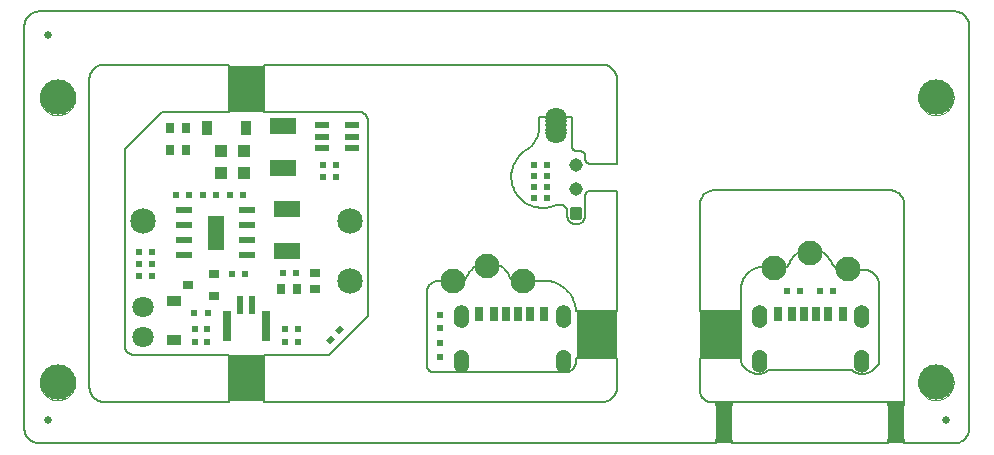
<source format=gts>
G75*
G70*
%OFA0B0*%
%FSLAX24Y24*%
%IPPOS*%
%LPD*%
%AMOC8*
5,1,8,0,0,1.08239X$1,22.5*
%
%ADD10C,0.0050*%
%ADD11C,0.0000*%
%ADD12C,0.1181*%
%ADD13R,0.1150X0.1550*%
%ADD14R,0.1400X0.1550*%
%ADD15R,0.1350X0.1550*%
%ADD16R,0.0550X0.1400*%
%ADD17R,0.0197X0.0220*%
%ADD18R,0.0315X0.0472*%
%ADD19R,0.0250X0.0472*%
%ADD20C,0.0004*%
%ADD21C,0.0827*%
%ADD22C,0.0850*%
%ADD23R,0.0220X0.0197*%
%ADD24C,0.0709*%
%ADD25R,0.0236X0.0600*%
%ADD26R,0.0300X0.1040*%
%ADD27C,0.0450*%
%ADD28C,0.0120*%
%ADD29C,0.0250*%
%ADD30R,0.0433X0.0394*%
%ADD31R,0.0250X0.0197*%
%ADD32R,0.0472X0.0217*%
%ADD33R,0.0358X0.0480*%
%ADD34R,0.0906X0.0551*%
%ADD35R,0.0250X0.0354*%
%ADD36R,0.0354X0.0315*%
%ADD37R,0.0480X0.0358*%
%ADD38R,0.0551X0.0236*%
%ADD39R,0.0551X0.1181*%
%ADD40R,0.0354X0.0250*%
D10*
X001034Y000534D02*
X023572Y000534D01*
X023572Y000562D01*
X023576Y000590D01*
X023583Y000617D01*
X023594Y000643D01*
X023608Y000667D01*
X023625Y000689D01*
X023645Y000709D01*
X023667Y000726D01*
X023691Y000740D01*
X023717Y000751D01*
X023744Y000758D01*
X023772Y000762D01*
X023922Y000762D01*
X023950Y000758D01*
X023977Y000751D01*
X024003Y000740D01*
X024027Y000726D01*
X024049Y000709D01*
X024069Y000689D01*
X024086Y000667D01*
X024100Y000643D01*
X024111Y000617D01*
X024118Y000590D01*
X024122Y000562D01*
X024122Y000534D01*
X029309Y000534D01*
X029309Y000562D01*
X029313Y000590D01*
X029320Y000617D01*
X029331Y000643D01*
X029345Y000667D01*
X029362Y000689D01*
X029382Y000709D01*
X029404Y000726D01*
X029428Y000740D01*
X029454Y000751D01*
X029481Y000758D01*
X029509Y000762D01*
X029659Y000762D01*
X029688Y000758D01*
X029715Y000751D01*
X029741Y000741D01*
X029766Y000727D01*
X029789Y000710D01*
X029809Y000690D01*
X029827Y000668D01*
X029841Y000643D01*
X029853Y000617D01*
X029860Y000590D01*
X029864Y000562D01*
X029865Y000534D01*
X029864Y000534D02*
X031519Y000534D01*
X031518Y000533D02*
X031563Y000534D01*
X031606Y000540D01*
X031650Y000549D01*
X031692Y000562D01*
X031733Y000578D01*
X031772Y000598D01*
X031810Y000621D01*
X031845Y000648D01*
X031878Y000677D01*
X031908Y000710D01*
X031935Y000744D01*
X031959Y000781D01*
X031980Y000820D01*
X031998Y000861D01*
X032011Y000903D01*
X032021Y000946D01*
X032028Y000989D01*
X032030Y001033D01*
X032030Y001034D02*
X032030Y014435D01*
X032027Y014478D01*
X032021Y014522D01*
X032011Y014565D01*
X031997Y014607D01*
X031980Y014647D01*
X031959Y014686D01*
X031935Y014723D01*
X031908Y014758D01*
X031877Y014790D01*
X031845Y014819D01*
X031809Y014845D01*
X031772Y014869D01*
X031733Y014888D01*
X031692Y014905D01*
X031649Y014917D01*
X031606Y014926D01*
X031563Y014932D01*
X031518Y014933D01*
X031519Y014933D02*
X001034Y014933D01*
X000990Y014931D01*
X000947Y014926D01*
X000905Y014916D01*
X000863Y014903D01*
X000823Y014887D01*
X000784Y014867D01*
X000748Y014843D01*
X000713Y014817D01*
X000681Y014788D01*
X000651Y014756D01*
X000625Y014721D01*
X000601Y014684D01*
X000581Y014646D01*
X000564Y014606D01*
X000551Y014564D01*
X000542Y014522D01*
X000536Y014478D01*
X000534Y014435D01*
X000534Y001034D01*
X000536Y000990D01*
X000542Y000947D01*
X000551Y000905D01*
X000564Y000863D01*
X000581Y000823D01*
X000601Y000784D01*
X000624Y000747D01*
X000651Y000713D01*
X000680Y000680D01*
X000713Y000651D01*
X000747Y000624D01*
X000784Y000601D01*
X000823Y000581D01*
X000863Y000564D01*
X000905Y000551D01*
X000947Y000542D01*
X000990Y000536D01*
X001034Y000534D01*
X003249Y001912D02*
X007340Y001912D01*
X007340Y003486D01*
X004184Y003486D01*
X004150Y003488D01*
X004117Y003493D01*
X004084Y003502D01*
X004053Y003515D01*
X004023Y003531D01*
X003995Y003551D01*
X003970Y003573D01*
X003947Y003598D01*
X003927Y003626D01*
X003911Y003655D01*
X003898Y003687D01*
X003888Y003719D01*
X003882Y003752D01*
X003880Y003786D01*
X003880Y010336D01*
X005130Y011586D01*
X007340Y011586D01*
X007340Y013161D01*
X003175Y013161D01*
X003130Y013155D01*
X003086Y013146D01*
X003043Y013134D01*
X003002Y013117D01*
X002962Y013097D01*
X002923Y013073D01*
X002887Y013047D01*
X002854Y013017D01*
X002823Y012984D01*
X002795Y012949D01*
X002771Y012912D01*
X002749Y012872D01*
X002732Y012831D01*
X002718Y012788D01*
X002707Y012745D01*
X002701Y012700D01*
X002698Y012656D01*
X002699Y012611D01*
X002699Y002387D01*
X002704Y002345D01*
X002712Y002303D01*
X002724Y002262D01*
X002739Y002222D01*
X002757Y002184D01*
X002779Y002147D01*
X002803Y002112D01*
X002830Y002080D01*
X002860Y002049D01*
X002892Y002022D01*
X002926Y001997D01*
X002963Y001974D01*
X003001Y001955D01*
X003040Y001940D01*
X003081Y001927D01*
X003122Y001918D01*
X003164Y001912D01*
X003207Y001910D01*
X003249Y001911D01*
X008521Y001912D02*
X008521Y003486D01*
X010680Y003486D01*
X011980Y004786D01*
X011980Y011286D01*
X011978Y011320D01*
X011972Y011353D01*
X011963Y011385D01*
X011950Y011416D01*
X011934Y011446D01*
X011915Y011473D01*
X011892Y011498D01*
X011867Y011521D01*
X011840Y011540D01*
X011810Y011556D01*
X011779Y011569D01*
X011747Y011578D01*
X011714Y011584D01*
X011680Y011586D01*
X008521Y011586D01*
X008521Y013161D01*
X019741Y013161D01*
X020291Y012686D02*
X020291Y009857D01*
X019373Y009857D01*
X019350Y009861D01*
X019328Y009868D01*
X019307Y009878D01*
X019288Y009891D01*
X019271Y009907D01*
X019257Y009925D01*
X019245Y009945D01*
X019236Y009966D01*
X019230Y009988D01*
X019227Y010011D01*
X019228Y010034D01*
X019228Y010097D01*
X019228Y010120D01*
X019224Y010143D01*
X019218Y010165D01*
X019208Y010186D01*
X019196Y010205D01*
X019181Y010222D01*
X019163Y010237D01*
X019144Y010250D01*
X019123Y010259D01*
X019101Y010265D01*
X019078Y010269D01*
X018938Y010269D01*
X018938Y010270D02*
X018915Y010273D01*
X018893Y010280D01*
X018872Y010290D01*
X018852Y010303D01*
X018835Y010319D01*
X018819Y010336D01*
X018807Y010356D01*
X018798Y010378D01*
X018791Y010400D01*
X018788Y010423D01*
X018789Y010447D01*
X018788Y010447D02*
X018788Y011397D01*
X017688Y011397D01*
X017688Y010897D01*
X017688Y010896D02*
X017670Y010836D01*
X017648Y010777D01*
X017622Y010720D01*
X017593Y010664D01*
X017561Y010611D01*
X017525Y010559D01*
X017487Y010509D01*
X017446Y010462D01*
X017401Y010417D01*
X017355Y010376D01*
X017305Y010337D01*
X017254Y010301D01*
X017200Y010268D01*
X017200Y010269D02*
X017150Y010231D01*
X017102Y010190D01*
X017057Y010146D01*
X017015Y010100D01*
X016975Y010051D01*
X016939Y009999D01*
X016906Y009946D01*
X016876Y009891D01*
X016849Y009834D01*
X016826Y009775D01*
X016807Y009715D01*
X016791Y009654D01*
X016779Y009593D01*
X016770Y009530D01*
X016766Y009467D01*
X016765Y009405D01*
X016768Y009342D01*
X016775Y009279D01*
X016786Y009217D01*
X016800Y009156D01*
X016818Y009096D01*
X016840Y009037D01*
X016865Y008979D01*
X016894Y008923D01*
X016926Y008869D01*
X016961Y008817D01*
X016999Y008767D01*
X017040Y008719D01*
X017085Y008674D01*
X017131Y008632D01*
X017180Y008593D01*
X017232Y008557D01*
X017285Y008524D01*
X017341Y008494D01*
X017398Y008468D01*
X017456Y008445D01*
X017516Y008426D01*
X017577Y008410D01*
X017639Y008398D01*
X017701Y008390D01*
X017764Y008386D01*
X017827Y008385D01*
X017890Y008389D01*
X017952Y008396D01*
X018014Y008407D01*
X018076Y008421D01*
X018136Y008439D01*
X018195Y008461D01*
X018252Y008487D01*
X018253Y008486D02*
X018473Y008486D01*
X018623Y008336D01*
X018623Y008137D01*
X018622Y008137D02*
X018624Y008103D01*
X018630Y008070D01*
X018639Y008037D01*
X018652Y008006D01*
X018668Y007976D01*
X018688Y007948D01*
X018711Y007923D01*
X018736Y007900D01*
X018764Y007880D01*
X018794Y007864D01*
X018825Y007851D01*
X018858Y007842D01*
X018891Y007836D01*
X018925Y007834D01*
X018959Y007836D01*
X018992Y007842D01*
X019025Y007851D01*
X019056Y007864D01*
X019086Y007880D01*
X019114Y007900D01*
X019139Y007923D01*
X019162Y007948D01*
X019182Y007976D01*
X019198Y008006D01*
X019211Y008037D01*
X019220Y008070D01*
X019226Y008103D01*
X019228Y008137D01*
X019228Y008808D01*
X019231Y008831D01*
X019238Y008853D01*
X019248Y008874D01*
X019261Y008894D01*
X019276Y008911D01*
X019294Y008926D01*
X019314Y008938D01*
X019335Y008948D01*
X019358Y008954D01*
X019381Y008957D01*
X019404Y008956D01*
X019404Y008957D02*
X020291Y008957D01*
X020291Y004942D01*
X018913Y004942D01*
X018913Y004998D01*
X018905Y005061D01*
X018893Y005124D01*
X018877Y005187D01*
X018858Y005248D01*
X018835Y005308D01*
X018808Y005366D01*
X018778Y005423D01*
X018744Y005478D01*
X018707Y005531D01*
X018667Y005581D01*
X018624Y005629D01*
X018579Y005674D01*
X018530Y005716D01*
X018480Y005756D01*
X018426Y005792D01*
X018371Y005825D01*
X018314Y005854D01*
X018255Y005880D01*
X018195Y005903D01*
X018134Y005922D01*
X018071Y005937D01*
X018008Y005948D01*
X017944Y005955D01*
X017880Y005959D01*
X017816Y005958D01*
X017751Y005954D01*
X017751Y005955D02*
X016819Y005955D01*
X016795Y005970D01*
X016772Y005988D01*
X016752Y006008D01*
X016734Y006031D01*
X016719Y006055D01*
X016699Y006105D01*
X016676Y006153D01*
X016649Y006200D01*
X016619Y006245D01*
X016585Y006287D01*
X016549Y006327D01*
X016511Y006365D01*
X016469Y006399D01*
X016426Y006431D01*
X016380Y006460D01*
X016332Y006485D01*
X016283Y006507D01*
X016233Y006525D01*
X016181Y006540D01*
X016128Y006551D01*
X016075Y006559D01*
X016021Y006563D01*
X015967Y006563D01*
X015913Y006559D01*
X015860Y006551D01*
X015807Y006540D01*
X015755Y006525D01*
X015705Y006507D01*
X015656Y006485D01*
X015608Y006460D01*
X015562Y006431D01*
X015519Y006399D01*
X015477Y006365D01*
X015439Y006327D01*
X015403Y006287D01*
X015369Y006245D01*
X015339Y006200D01*
X015312Y006153D01*
X015289Y006105D01*
X015269Y006055D01*
X015169Y005955D02*
X014319Y005955D01*
X014319Y005954D02*
X014281Y005950D01*
X014244Y005943D01*
X014208Y005933D01*
X014173Y005919D01*
X014139Y005901D01*
X014108Y005881D01*
X014078Y005857D01*
X014051Y005830D01*
X014027Y005802D01*
X014006Y005770D01*
X013988Y005737D01*
X013973Y005702D01*
X013962Y005666D01*
X013954Y005629D01*
X013950Y005592D01*
X013949Y005554D01*
X013949Y005555D02*
X013949Y003149D01*
X013951Y003119D01*
X013956Y003089D01*
X013965Y003060D01*
X013978Y003033D01*
X013993Y003007D01*
X014012Y002983D01*
X014033Y002962D01*
X014057Y002943D01*
X014083Y002928D01*
X014110Y002915D01*
X014139Y002906D01*
X014169Y002901D01*
X014199Y002899D01*
X018559Y002899D01*
X018913Y003247D02*
X018913Y003367D01*
X020291Y003367D01*
X020291Y002462D01*
X020291Y002461D02*
X020292Y002419D01*
X020290Y002376D01*
X020284Y002334D01*
X020275Y002293D01*
X020262Y002252D01*
X020247Y002213D01*
X020228Y002175D01*
X020205Y002138D01*
X020180Y002104D01*
X020153Y002072D01*
X020122Y002042D01*
X020090Y002015D01*
X020055Y001991D01*
X020018Y001969D01*
X019980Y001951D01*
X019940Y001936D01*
X019899Y001924D01*
X019857Y001916D01*
X019815Y001911D01*
X019815Y001912D02*
X008521Y001912D01*
X015168Y005955D02*
X015192Y005970D01*
X015215Y005988D01*
X015235Y006008D01*
X015253Y006031D01*
X015268Y006055D01*
X018559Y002899D02*
X018596Y002901D01*
X018632Y002906D01*
X018668Y002915D01*
X018702Y002928D01*
X018735Y002945D01*
X018766Y002964D01*
X018795Y002987D01*
X018821Y003013D01*
X018844Y003041D01*
X018865Y003072D01*
X018882Y003105D01*
X018895Y003139D01*
X018905Y003174D01*
X018911Y003211D01*
X018913Y003247D01*
X023047Y003367D02*
X023047Y002275D01*
X023046Y002275D02*
X023051Y002237D01*
X023060Y002199D01*
X023072Y002162D01*
X023088Y002127D01*
X023107Y002093D01*
X023130Y002061D01*
X023155Y002032D01*
X023184Y002005D01*
X023214Y001981D01*
X023247Y001961D01*
X023282Y001943D01*
X023318Y001929D01*
X023356Y001919D01*
X023394Y001913D01*
X023433Y001910D01*
X023472Y001911D01*
X023472Y001912D02*
X023572Y001912D01*
X023572Y001884D01*
X023576Y001856D01*
X023583Y001829D01*
X023594Y001803D01*
X023608Y001779D01*
X023625Y001757D01*
X023645Y001737D01*
X023667Y001720D01*
X023691Y001706D01*
X023717Y001695D01*
X023744Y001688D01*
X023772Y001684D01*
X023922Y001684D01*
X023950Y001688D01*
X023977Y001695D01*
X024003Y001706D01*
X024027Y001720D01*
X024049Y001737D01*
X024069Y001757D01*
X024086Y001779D01*
X024100Y001803D01*
X024111Y001829D01*
X024118Y001856D01*
X024122Y001884D01*
X024122Y001912D01*
X029309Y001912D01*
X029309Y001884D01*
X029313Y001856D01*
X029320Y001829D01*
X029331Y001803D01*
X029345Y001779D01*
X029362Y001757D01*
X029382Y001737D01*
X029404Y001720D01*
X029428Y001706D01*
X029454Y001695D01*
X029481Y001688D01*
X029509Y001684D01*
X029659Y001684D01*
X029659Y001683D02*
X029688Y001687D01*
X029715Y001694D01*
X029741Y001704D01*
X029766Y001718D01*
X029789Y001735D01*
X029809Y001755D01*
X029827Y001777D01*
X029841Y001802D01*
X029853Y001828D01*
X029860Y001855D01*
X029864Y001883D01*
X029865Y001911D01*
X029864Y001912D02*
X029864Y008502D01*
X029865Y008502D02*
X029860Y008544D01*
X029852Y008586D01*
X029840Y008627D01*
X029825Y008667D01*
X029807Y008705D01*
X029785Y008742D01*
X029761Y008777D01*
X029734Y008809D01*
X029704Y008840D01*
X029672Y008867D01*
X029638Y008892D01*
X029601Y008915D01*
X029563Y008934D01*
X029524Y008949D01*
X029483Y008962D01*
X029442Y008971D01*
X029400Y008977D01*
X029357Y008979D01*
X029315Y008978D01*
X029314Y008977D02*
X023522Y008977D01*
X023522Y008978D02*
X023477Y008972D01*
X023433Y008963D01*
X023390Y008951D01*
X023349Y008934D01*
X023309Y008914D01*
X023270Y008890D01*
X023234Y008864D01*
X023201Y008834D01*
X023170Y008801D01*
X023142Y008766D01*
X023118Y008729D01*
X023096Y008689D01*
X023079Y008648D01*
X023065Y008605D01*
X023054Y008562D01*
X023048Y008517D01*
X023045Y008473D01*
X023046Y008428D01*
X023047Y008427D02*
X023047Y004942D01*
X024425Y004942D01*
X024425Y005745D01*
X024431Y005797D01*
X024441Y005849D01*
X024454Y005900D01*
X024471Y005950D01*
X024492Y005998D01*
X024516Y006045D01*
X024544Y006090D01*
X024575Y006132D01*
X024609Y006173D01*
X024646Y006210D01*
X024685Y006245D01*
X024727Y006277D01*
X024771Y006306D01*
X024817Y006331D01*
X024865Y006353D01*
X024915Y006372D01*
X024965Y006386D01*
X025017Y006397D01*
X025069Y006404D01*
X025069Y006405D02*
X025919Y006405D01*
X025942Y006420D01*
X025965Y006438D01*
X025985Y006458D01*
X026003Y006481D01*
X026018Y006505D01*
X026019Y006505D02*
X026039Y006555D01*
X026062Y006603D01*
X026089Y006650D01*
X026119Y006695D01*
X026153Y006737D01*
X026189Y006777D01*
X026227Y006815D01*
X026269Y006849D01*
X026312Y006881D01*
X026358Y006910D01*
X026406Y006935D01*
X026455Y006957D01*
X026505Y006975D01*
X026557Y006990D01*
X026610Y007001D01*
X026663Y007009D01*
X026717Y007013D01*
X026771Y007013D01*
X026825Y007009D01*
X026878Y007001D01*
X026931Y006990D01*
X026983Y006975D01*
X027033Y006957D01*
X027082Y006935D01*
X027130Y006910D01*
X027176Y006881D01*
X027219Y006849D01*
X027261Y006815D01*
X027299Y006777D01*
X027335Y006737D01*
X027369Y006695D01*
X027399Y006650D01*
X027426Y006603D01*
X027449Y006555D01*
X027469Y006505D01*
X027491Y006470D01*
X027515Y006438D01*
X027542Y006407D01*
X027571Y006378D01*
X027602Y006351D01*
X027634Y006327D01*
X027669Y006305D01*
X028601Y006305D01*
X028601Y006304D02*
X028643Y006297D01*
X028684Y006286D01*
X028724Y006272D01*
X028762Y006254D01*
X028799Y006233D01*
X028834Y006208D01*
X028866Y006181D01*
X028896Y006151D01*
X028924Y006119D01*
X028948Y006084D01*
X028969Y006048D01*
X028988Y006009D01*
X029002Y005969D01*
X029013Y005928D01*
X029021Y005887D01*
X029024Y005845D01*
X029025Y005845D02*
X029025Y003231D01*
X029024Y003231D02*
X029004Y003187D01*
X028980Y003145D01*
X028953Y003105D01*
X028923Y003067D01*
X028890Y003032D01*
X028854Y002999D01*
X028816Y002969D01*
X028776Y002942D01*
X028733Y002919D01*
X028689Y002899D01*
X028644Y002882D01*
X028597Y002869D01*
X028550Y002860D01*
X028502Y002855D01*
X028453Y002853D01*
X028405Y002855D01*
X028357Y002861D01*
X028310Y002871D01*
X028263Y002884D01*
X028218Y002901D01*
X028121Y002995D02*
X025331Y002995D01*
X025330Y002995D02*
X025316Y002971D01*
X025299Y002949D01*
X025278Y002930D01*
X025255Y002914D01*
X025231Y002901D01*
X024425Y003231D02*
X024425Y003367D01*
X023047Y003367D01*
X024425Y003231D02*
X024445Y003187D01*
X024469Y003145D01*
X024496Y003105D01*
X024526Y003067D01*
X024559Y003032D01*
X024595Y002999D01*
X024633Y002969D01*
X024673Y002942D01*
X024716Y002919D01*
X024760Y002899D01*
X024805Y002882D01*
X024852Y002869D01*
X024899Y002860D01*
X024947Y002855D01*
X024996Y002853D01*
X025044Y002855D01*
X025092Y002861D01*
X025139Y002871D01*
X025186Y002884D01*
X025231Y002901D01*
X028121Y002995D02*
X028135Y002971D01*
X028152Y002949D01*
X028171Y002930D01*
X028194Y002914D01*
X028218Y002901D01*
X020291Y012685D02*
X020286Y012727D01*
X020278Y012769D01*
X020266Y012810D01*
X020251Y012850D01*
X020233Y012888D01*
X020211Y012925D01*
X020187Y012960D01*
X020160Y012992D01*
X020130Y013023D01*
X020098Y013050D01*
X020064Y013075D01*
X020027Y013098D01*
X019989Y013117D01*
X019950Y013132D01*
X019909Y013145D01*
X019868Y013154D01*
X019826Y013160D01*
X019783Y013162D01*
X019741Y013161D01*
D11*
X030325Y012065D02*
X030327Y012113D01*
X030333Y012161D01*
X030343Y012208D01*
X030356Y012254D01*
X030374Y012299D01*
X030394Y012343D01*
X030419Y012385D01*
X030447Y012424D01*
X030477Y012461D01*
X030511Y012495D01*
X030548Y012527D01*
X030586Y012556D01*
X030627Y012581D01*
X030670Y012603D01*
X030715Y012621D01*
X030761Y012635D01*
X030808Y012646D01*
X030856Y012653D01*
X030904Y012656D01*
X030952Y012655D01*
X031000Y012650D01*
X031048Y012641D01*
X031094Y012629D01*
X031139Y012612D01*
X031183Y012592D01*
X031225Y012569D01*
X031265Y012542D01*
X031303Y012512D01*
X031338Y012479D01*
X031370Y012443D01*
X031400Y012405D01*
X031426Y012364D01*
X031448Y012321D01*
X031468Y012277D01*
X031483Y012232D01*
X031495Y012185D01*
X031503Y012137D01*
X031507Y012089D01*
X031507Y012041D01*
X031503Y011993D01*
X031495Y011945D01*
X031483Y011898D01*
X031468Y011853D01*
X031448Y011809D01*
X031426Y011766D01*
X031400Y011725D01*
X031370Y011687D01*
X031338Y011651D01*
X031303Y011618D01*
X031265Y011588D01*
X031225Y011561D01*
X031183Y011538D01*
X031139Y011518D01*
X031094Y011501D01*
X031048Y011489D01*
X031000Y011480D01*
X030952Y011475D01*
X030904Y011474D01*
X030856Y011477D01*
X030808Y011484D01*
X030761Y011495D01*
X030715Y011509D01*
X030670Y011527D01*
X030627Y011549D01*
X030586Y011574D01*
X030548Y011603D01*
X030511Y011635D01*
X030477Y011669D01*
X030447Y011706D01*
X030419Y011745D01*
X030394Y011787D01*
X030374Y011831D01*
X030356Y011876D01*
X030343Y011922D01*
X030333Y011969D01*
X030327Y012017D01*
X030325Y012065D01*
X030325Y002565D02*
X030327Y002613D01*
X030333Y002661D01*
X030343Y002708D01*
X030356Y002754D01*
X030374Y002799D01*
X030394Y002843D01*
X030419Y002885D01*
X030447Y002924D01*
X030477Y002961D01*
X030511Y002995D01*
X030548Y003027D01*
X030586Y003056D01*
X030627Y003081D01*
X030670Y003103D01*
X030715Y003121D01*
X030761Y003135D01*
X030808Y003146D01*
X030856Y003153D01*
X030904Y003156D01*
X030952Y003155D01*
X031000Y003150D01*
X031048Y003141D01*
X031094Y003129D01*
X031139Y003112D01*
X031183Y003092D01*
X031225Y003069D01*
X031265Y003042D01*
X031303Y003012D01*
X031338Y002979D01*
X031370Y002943D01*
X031400Y002905D01*
X031426Y002864D01*
X031448Y002821D01*
X031468Y002777D01*
X031483Y002732D01*
X031495Y002685D01*
X031503Y002637D01*
X031507Y002589D01*
X031507Y002541D01*
X031503Y002493D01*
X031495Y002445D01*
X031483Y002398D01*
X031468Y002353D01*
X031448Y002309D01*
X031426Y002266D01*
X031400Y002225D01*
X031370Y002187D01*
X031338Y002151D01*
X031303Y002118D01*
X031265Y002088D01*
X031225Y002061D01*
X031183Y002038D01*
X031139Y002018D01*
X031094Y002001D01*
X031048Y001989D01*
X031000Y001980D01*
X030952Y001975D01*
X030904Y001974D01*
X030856Y001977D01*
X030808Y001984D01*
X030761Y001995D01*
X030715Y002009D01*
X030670Y002027D01*
X030627Y002049D01*
X030586Y002074D01*
X030548Y002103D01*
X030511Y002135D01*
X030477Y002169D01*
X030447Y002206D01*
X030419Y002245D01*
X030394Y002287D01*
X030374Y002331D01*
X030356Y002376D01*
X030343Y002422D01*
X030333Y002469D01*
X030327Y002517D01*
X030325Y002565D01*
X001046Y002565D02*
X001048Y002613D01*
X001054Y002661D01*
X001064Y002708D01*
X001077Y002754D01*
X001095Y002799D01*
X001115Y002843D01*
X001140Y002885D01*
X001168Y002924D01*
X001198Y002961D01*
X001232Y002995D01*
X001269Y003027D01*
X001307Y003056D01*
X001348Y003081D01*
X001391Y003103D01*
X001436Y003121D01*
X001482Y003135D01*
X001529Y003146D01*
X001577Y003153D01*
X001625Y003156D01*
X001673Y003155D01*
X001721Y003150D01*
X001769Y003141D01*
X001815Y003129D01*
X001860Y003112D01*
X001904Y003092D01*
X001946Y003069D01*
X001986Y003042D01*
X002024Y003012D01*
X002059Y002979D01*
X002091Y002943D01*
X002121Y002905D01*
X002147Y002864D01*
X002169Y002821D01*
X002189Y002777D01*
X002204Y002732D01*
X002216Y002685D01*
X002224Y002637D01*
X002228Y002589D01*
X002228Y002541D01*
X002224Y002493D01*
X002216Y002445D01*
X002204Y002398D01*
X002189Y002353D01*
X002169Y002309D01*
X002147Y002266D01*
X002121Y002225D01*
X002091Y002187D01*
X002059Y002151D01*
X002024Y002118D01*
X001986Y002088D01*
X001946Y002061D01*
X001904Y002038D01*
X001860Y002018D01*
X001815Y002001D01*
X001769Y001989D01*
X001721Y001980D01*
X001673Y001975D01*
X001625Y001974D01*
X001577Y001977D01*
X001529Y001984D01*
X001482Y001995D01*
X001436Y002009D01*
X001391Y002027D01*
X001348Y002049D01*
X001307Y002074D01*
X001269Y002103D01*
X001232Y002135D01*
X001198Y002169D01*
X001168Y002206D01*
X001140Y002245D01*
X001115Y002287D01*
X001095Y002331D01*
X001077Y002376D01*
X001064Y002422D01*
X001054Y002469D01*
X001048Y002517D01*
X001046Y002565D01*
X001046Y012065D02*
X001048Y012113D01*
X001054Y012161D01*
X001064Y012208D01*
X001077Y012254D01*
X001095Y012299D01*
X001115Y012343D01*
X001140Y012385D01*
X001168Y012424D01*
X001198Y012461D01*
X001232Y012495D01*
X001269Y012527D01*
X001307Y012556D01*
X001348Y012581D01*
X001391Y012603D01*
X001436Y012621D01*
X001482Y012635D01*
X001529Y012646D01*
X001577Y012653D01*
X001625Y012656D01*
X001673Y012655D01*
X001721Y012650D01*
X001769Y012641D01*
X001815Y012629D01*
X001860Y012612D01*
X001904Y012592D01*
X001946Y012569D01*
X001986Y012542D01*
X002024Y012512D01*
X002059Y012479D01*
X002091Y012443D01*
X002121Y012405D01*
X002147Y012364D01*
X002169Y012321D01*
X002189Y012277D01*
X002204Y012232D01*
X002216Y012185D01*
X002224Y012137D01*
X002228Y012089D01*
X002228Y012041D01*
X002224Y011993D01*
X002216Y011945D01*
X002204Y011898D01*
X002189Y011853D01*
X002169Y011809D01*
X002147Y011766D01*
X002121Y011725D01*
X002091Y011687D01*
X002059Y011651D01*
X002024Y011618D01*
X001986Y011588D01*
X001946Y011561D01*
X001904Y011538D01*
X001860Y011518D01*
X001815Y011501D01*
X001769Y011489D01*
X001721Y011480D01*
X001673Y011475D01*
X001625Y011474D01*
X001577Y011477D01*
X001529Y011484D01*
X001482Y011495D01*
X001436Y011509D01*
X001391Y011527D01*
X001348Y011549D01*
X001307Y011574D01*
X001269Y011603D01*
X001232Y011635D01*
X001198Y011669D01*
X001168Y011706D01*
X001140Y011745D01*
X001115Y011787D01*
X001095Y011831D01*
X001077Y011876D01*
X001064Y011922D01*
X001054Y011969D01*
X001048Y012017D01*
X001046Y012065D01*
D12*
X001637Y012065D03*
X001637Y002565D03*
X030916Y002565D03*
X030916Y012065D03*
D13*
X007930Y012359D03*
X007930Y002714D03*
D14*
X023754Y004159D03*
D15*
X019609Y004159D03*
D16*
X023847Y001234D03*
X029584Y001234D03*
D17*
X014396Y003427D03*
X014396Y003874D03*
X014396Y004377D03*
X014396Y004824D03*
X009655Y004357D03*
X009230Y004357D03*
X009230Y003910D03*
X009655Y003910D03*
X006630Y003910D03*
X006205Y003910D03*
X006205Y004357D03*
X006630Y004357D03*
D18*
X015699Y004832D03*
X016183Y004832D03*
X017380Y004832D03*
X017864Y004832D03*
X025642Y004832D03*
X026126Y004832D03*
X027323Y004832D03*
X027807Y004832D03*
D19*
X026921Y004832D03*
X026528Y004832D03*
X016979Y004832D03*
X016585Y004832D03*
D20*
X015321Y004833D02*
X014849Y004833D01*
X014849Y004831D02*
X015321Y004831D01*
X015321Y004828D02*
X014849Y004828D01*
X014849Y004826D02*
X015321Y004826D01*
X015321Y004823D02*
X014849Y004823D01*
X014849Y004821D02*
X015321Y004821D01*
X015321Y004818D02*
X014849Y004818D01*
X014849Y004816D02*
X015321Y004816D01*
X015321Y004814D02*
X014849Y004814D01*
X014849Y004811D02*
X015321Y004811D01*
X015321Y004809D02*
X014849Y004809D01*
X014849Y004806D02*
X015321Y004806D01*
X015321Y004804D02*
X014849Y004804D01*
X014849Y004801D02*
X015321Y004801D01*
X015321Y004799D02*
X014849Y004799D01*
X014849Y004796D02*
X015321Y004796D01*
X015321Y004794D02*
X014849Y004794D01*
X014849Y004792D02*
X015321Y004792D01*
X015321Y004789D02*
X014849Y004789D01*
X014849Y004787D02*
X015321Y004787D01*
X015321Y004784D02*
X014849Y004784D01*
X014849Y004782D02*
X015321Y004782D01*
X015321Y004779D02*
X014849Y004779D01*
X014849Y004777D02*
X015321Y004777D01*
X015321Y004775D02*
X014849Y004775D01*
X014849Y004772D02*
X015321Y004772D01*
X015321Y004770D02*
X014849Y004770D01*
X014849Y004767D02*
X015321Y004767D01*
X015321Y004765D02*
X014849Y004765D01*
X014849Y004762D02*
X015321Y004762D01*
X015321Y004760D02*
X014849Y004760D01*
X014849Y004757D02*
X015321Y004757D01*
X015321Y004755D02*
X014849Y004755D01*
X014849Y004753D02*
X015321Y004753D01*
X015321Y004750D02*
X014849Y004750D01*
X014849Y004748D02*
X015321Y004748D01*
X015321Y004745D02*
X014849Y004745D01*
X014849Y004743D02*
X015321Y004743D01*
X015321Y004740D02*
X014849Y004740D01*
X014849Y004738D02*
X015321Y004738D01*
X015321Y004736D02*
X014849Y004736D01*
X014849Y004733D02*
X015321Y004733D01*
X015321Y004731D02*
X014849Y004731D01*
X014849Y004728D02*
X015321Y004728D01*
X015321Y004726D02*
X014849Y004726D01*
X014849Y004723D02*
X015321Y004723D01*
X015321Y004721D02*
X014849Y004721D01*
X014849Y004718D02*
X015321Y004718D01*
X015321Y004716D02*
X014849Y004716D01*
X014849Y004714D02*
X015321Y004714D01*
X015321Y004711D02*
X014849Y004711D01*
X014849Y004709D02*
X015321Y004709D01*
X015321Y004706D02*
X014849Y004706D01*
X014849Y004704D02*
X015321Y004704D01*
X015321Y004701D02*
X014849Y004701D01*
X014849Y004699D02*
X015321Y004699D01*
X015321Y004697D02*
X014849Y004697D01*
X014849Y004694D02*
X015321Y004694D01*
X015321Y004692D02*
X014849Y004692D01*
X014849Y004689D02*
X015321Y004689D01*
X015321Y004687D02*
X014849Y004687D01*
X014849Y004684D02*
X015321Y004684D01*
X015321Y004682D02*
X014849Y004682D01*
X014849Y004679D02*
X015321Y004679D01*
X015321Y004677D02*
X014849Y004677D01*
X014849Y004675D02*
X015321Y004675D01*
X015321Y004672D02*
X014849Y004672D01*
X014849Y004670D02*
X015321Y004670D01*
X015321Y004667D02*
X014849Y004667D01*
X014849Y004665D02*
X015321Y004665D01*
X015321Y004662D02*
X014849Y004662D01*
X014849Y004660D02*
X015321Y004660D01*
X015321Y004659D02*
X015316Y004613D01*
X015303Y004569D01*
X015281Y004529D01*
X015251Y004493D01*
X015216Y004464D01*
X015175Y004443D01*
X015131Y004429D01*
X015085Y004425D01*
X015032Y004431D01*
X015136Y004431D01*
X015144Y004433D02*
X015025Y004433D01*
X015018Y004436D02*
X015152Y004436D01*
X015160Y004438D02*
X015011Y004438D01*
X015004Y004441D02*
X015168Y004441D01*
X015176Y004443D02*
X014997Y004443D01*
X014990Y004445D02*
X015180Y004445D01*
X015185Y004448D02*
X014983Y004448D01*
X014938Y004476D01*
X014901Y004513D01*
X014872Y004557D01*
X014855Y004607D01*
X014849Y004659D01*
X014849Y004896D01*
X015321Y004896D01*
X015321Y004659D01*
X015321Y004658D02*
X014849Y004658D01*
X014849Y004655D02*
X015321Y004655D01*
X015320Y004653D02*
X014849Y004653D01*
X014850Y004650D02*
X015320Y004650D01*
X015320Y004648D02*
X014850Y004648D01*
X014850Y004645D02*
X015320Y004645D01*
X015319Y004643D02*
X014850Y004643D01*
X014851Y004640D02*
X015319Y004640D01*
X015319Y004638D02*
X014851Y004638D01*
X014851Y004636D02*
X015319Y004636D01*
X015318Y004633D02*
X014852Y004633D01*
X014852Y004631D02*
X015318Y004631D01*
X015318Y004628D02*
X014852Y004628D01*
X014852Y004626D02*
X015318Y004626D01*
X015317Y004623D02*
X014853Y004623D01*
X014853Y004621D02*
X015317Y004621D01*
X015317Y004619D02*
X014853Y004619D01*
X014854Y004616D02*
X015317Y004616D01*
X015316Y004614D02*
X014854Y004614D01*
X014854Y004611D02*
X015316Y004611D01*
X015315Y004609D02*
X014854Y004609D01*
X014855Y004606D02*
X015314Y004606D01*
X015313Y004604D02*
X014856Y004604D01*
X014857Y004601D02*
X015313Y004601D01*
X015312Y004599D02*
X014858Y004599D01*
X014858Y004597D02*
X015311Y004597D01*
X015310Y004594D02*
X014859Y004594D01*
X014860Y004592D02*
X015310Y004592D01*
X015309Y004589D02*
X014861Y004589D01*
X014862Y004587D02*
X015308Y004587D01*
X015307Y004584D02*
X014863Y004584D01*
X014864Y004582D02*
X015307Y004582D01*
X015306Y004580D02*
X014864Y004580D01*
X014865Y004577D02*
X015305Y004577D01*
X015304Y004575D02*
X014866Y004575D01*
X014867Y004572D02*
X015304Y004572D01*
X015303Y004570D02*
X014868Y004570D01*
X014869Y004567D02*
X015302Y004567D01*
X015300Y004565D02*
X014870Y004565D01*
X014870Y004562D02*
X015299Y004562D01*
X015298Y004560D02*
X014871Y004560D01*
X014872Y004558D02*
X015296Y004558D01*
X015295Y004555D02*
X014874Y004555D01*
X014875Y004553D02*
X015294Y004553D01*
X015292Y004550D02*
X014877Y004550D01*
X014878Y004548D02*
X015291Y004548D01*
X015290Y004545D02*
X014880Y004545D01*
X014881Y004543D02*
X015289Y004543D01*
X015287Y004541D02*
X014883Y004541D01*
X014884Y004538D02*
X015286Y004538D01*
X015285Y004536D02*
X014886Y004536D01*
X014888Y004533D02*
X015283Y004533D01*
X015282Y004531D02*
X014889Y004531D01*
X014891Y004528D02*
X015280Y004528D01*
X015278Y004526D02*
X014892Y004526D01*
X014894Y004523D02*
X015276Y004523D01*
X015274Y004521D02*
X014895Y004521D01*
X014897Y004519D02*
X015272Y004519D01*
X015270Y004516D02*
X014898Y004516D01*
X014900Y004514D02*
X015268Y004514D01*
X015266Y004511D02*
X014902Y004511D01*
X014905Y004509D02*
X015264Y004509D01*
X015262Y004506D02*
X014907Y004506D01*
X014909Y004504D02*
X015260Y004504D01*
X015258Y004502D02*
X014912Y004502D01*
X014914Y004499D02*
X015256Y004499D01*
X015254Y004497D02*
X014917Y004497D01*
X014919Y004494D02*
X015252Y004494D01*
X015250Y004492D02*
X014922Y004492D01*
X014924Y004489D02*
X015247Y004489D01*
X015244Y004487D02*
X014927Y004487D01*
X014929Y004484D02*
X015241Y004484D01*
X015238Y004482D02*
X014932Y004482D01*
X014934Y004480D02*
X015235Y004480D01*
X015232Y004477D02*
X014936Y004477D01*
X014940Y004475D02*
X015229Y004475D01*
X015226Y004472D02*
X014943Y004472D01*
X014947Y004470D02*
X015223Y004470D01*
X015220Y004467D02*
X014951Y004467D01*
X014955Y004465D02*
X015217Y004465D01*
X015213Y004463D02*
X014959Y004463D01*
X014963Y004460D02*
X015208Y004460D01*
X015203Y004458D02*
X014967Y004458D01*
X014971Y004455D02*
X015199Y004455D01*
X015194Y004453D02*
X014975Y004453D01*
X014979Y004450D02*
X015190Y004450D01*
X015121Y004428D02*
X015054Y004428D01*
X015032Y004431D02*
X014983Y004448D01*
X015076Y004426D02*
X015095Y004426D01*
X015321Y004835D02*
X014849Y004835D01*
X014849Y004838D02*
X015321Y004838D01*
X015321Y004840D02*
X014849Y004840D01*
X014849Y004843D02*
X015321Y004843D01*
X015321Y004845D02*
X014849Y004845D01*
X014849Y004848D02*
X015321Y004848D01*
X015321Y004850D02*
X014849Y004850D01*
X014849Y004853D02*
X015321Y004853D01*
X015321Y004855D02*
X014849Y004855D01*
X014849Y004857D02*
X015321Y004857D01*
X015321Y004860D02*
X014849Y004860D01*
X014849Y004862D02*
X015321Y004862D01*
X015321Y004865D02*
X014849Y004865D01*
X014849Y004867D02*
X015321Y004867D01*
X015321Y004870D02*
X014849Y004870D01*
X014849Y004872D02*
X015321Y004872D01*
X015321Y004874D02*
X014849Y004874D01*
X014849Y004877D02*
X015321Y004877D01*
X015321Y004879D02*
X014849Y004879D01*
X014849Y004882D02*
X015321Y004882D01*
X015321Y004884D02*
X014849Y004884D01*
X014849Y004887D02*
X015321Y004887D01*
X015321Y004889D02*
X014849Y004889D01*
X014849Y004892D02*
X015321Y004892D01*
X015321Y004894D02*
X014849Y004894D01*
X014849Y004896D02*
X014854Y004948D01*
X014872Y004999D01*
X015297Y004999D01*
X015295Y005001D02*
X014873Y005001D01*
X014872Y004999D02*
X014900Y005044D01*
X014937Y005081D01*
X014982Y005110D01*
X015032Y005128D01*
X015085Y005134D01*
X015131Y005129D01*
X015176Y005115D01*
X015216Y005093D01*
X015252Y005064D01*
X015282Y005027D01*
X015303Y004986D01*
X015317Y004942D01*
X015321Y004896D01*
X015321Y004899D02*
X014849Y004899D01*
X014849Y004901D02*
X015320Y004901D01*
X015320Y004904D02*
X014849Y004904D01*
X014850Y004906D02*
X015320Y004906D01*
X015320Y004909D02*
X014850Y004909D01*
X014850Y004911D02*
X015320Y004911D01*
X015319Y004913D02*
X014851Y004913D01*
X014851Y004916D02*
X015319Y004916D01*
X015319Y004918D02*
X014851Y004918D01*
X014851Y004921D02*
X015319Y004921D01*
X015318Y004923D02*
X014852Y004923D01*
X014852Y004926D02*
X015318Y004926D01*
X015318Y004928D02*
X014852Y004928D01*
X014852Y004931D02*
X015318Y004931D01*
X015317Y004933D02*
X014853Y004933D01*
X014853Y004935D02*
X015317Y004935D01*
X015317Y004938D02*
X014853Y004938D01*
X014853Y004940D02*
X015317Y004940D01*
X015316Y004943D02*
X014854Y004943D01*
X014854Y004945D02*
X015316Y004945D01*
X015315Y004948D02*
X014854Y004948D01*
X014855Y004950D02*
X015314Y004950D01*
X015313Y004952D02*
X014856Y004952D01*
X014857Y004955D02*
X015313Y004955D01*
X015312Y004957D02*
X014857Y004957D01*
X014858Y004960D02*
X015311Y004960D01*
X015311Y004962D02*
X014859Y004962D01*
X014860Y004965D02*
X015310Y004965D01*
X015309Y004967D02*
X014861Y004967D01*
X014862Y004970D02*
X015308Y004970D01*
X015308Y004972D02*
X014862Y004972D01*
X014863Y004974D02*
X015307Y004974D01*
X015306Y004977D02*
X014864Y004977D01*
X014865Y004979D02*
X015305Y004979D01*
X015305Y004982D02*
X014866Y004982D01*
X014867Y004984D02*
X015304Y004984D01*
X015303Y004987D02*
X014868Y004987D01*
X014868Y004989D02*
X015302Y004989D01*
X015301Y004991D02*
X014869Y004991D01*
X014870Y004994D02*
X015299Y004994D01*
X015298Y004996D02*
X014871Y004996D01*
X014875Y005004D02*
X015294Y005004D01*
X015293Y005006D02*
X014876Y005006D01*
X014878Y005008D02*
X015292Y005008D01*
X015290Y005011D02*
X014879Y005011D01*
X014881Y005013D02*
X015289Y005013D01*
X015288Y005016D02*
X014882Y005016D01*
X014884Y005018D02*
X015286Y005018D01*
X015285Y005021D02*
X014885Y005021D01*
X014887Y005023D02*
X015284Y005023D01*
X015283Y005026D02*
X014888Y005026D01*
X014890Y005028D02*
X015281Y005028D01*
X015279Y005030D02*
X014892Y005030D01*
X014893Y005033D02*
X015277Y005033D01*
X015275Y005035D02*
X014895Y005035D01*
X014896Y005038D02*
X015273Y005038D01*
X015271Y005040D02*
X014898Y005040D01*
X014899Y005043D02*
X015269Y005043D01*
X015267Y005045D02*
X014901Y005045D01*
X014904Y005047D02*
X015265Y005047D01*
X015263Y005050D02*
X014906Y005050D01*
X014908Y005052D02*
X015261Y005052D01*
X015259Y005055D02*
X014911Y005055D01*
X014913Y005057D02*
X015257Y005057D01*
X015255Y005060D02*
X014916Y005060D01*
X014918Y005062D02*
X015253Y005062D01*
X015251Y005065D02*
X014920Y005065D01*
X014923Y005067D02*
X015248Y005067D01*
X015245Y005069D02*
X014925Y005069D01*
X014928Y005072D02*
X015242Y005072D01*
X015239Y005074D02*
X014930Y005074D01*
X014933Y005077D02*
X015236Y005077D01*
X015233Y005079D02*
X014935Y005079D01*
X014938Y005082D02*
X015230Y005082D01*
X015227Y005084D02*
X014941Y005084D01*
X014945Y005086D02*
X015224Y005086D01*
X015222Y005089D02*
X014949Y005089D01*
X014953Y005091D02*
X015219Y005091D01*
X015215Y005094D02*
X014957Y005094D01*
X014961Y005096D02*
X015211Y005096D01*
X015206Y005099D02*
X014964Y005099D01*
X014968Y005101D02*
X015202Y005101D01*
X015197Y005104D02*
X014972Y005104D01*
X014976Y005106D02*
X015193Y005106D01*
X015188Y005108D02*
X014980Y005108D01*
X014985Y005111D02*
X015184Y005111D01*
X015179Y005113D02*
X014992Y005113D01*
X014999Y005116D02*
X015174Y005116D01*
X015166Y005118D02*
X015006Y005118D01*
X015013Y005121D02*
X015158Y005121D01*
X015150Y005123D02*
X015019Y005123D01*
X015026Y005125D02*
X015142Y005125D01*
X015134Y005128D02*
X015035Y005128D01*
X015056Y005130D02*
X015117Y005130D01*
X015094Y005133D02*
X015077Y005133D01*
X015085Y003638D02*
X015131Y003633D01*
X015176Y003619D01*
X015216Y003597D01*
X014956Y003597D01*
X014952Y003595D02*
X015219Y003595D01*
X015216Y003597D02*
X015252Y003567D01*
X015282Y003531D01*
X015303Y003490D01*
X014867Y003490D01*
X014867Y003488D02*
X015304Y003488D01*
X015303Y003490D02*
X015317Y003446D01*
X015321Y003399D01*
X015321Y003163D01*
X015316Y003117D01*
X014854Y003117D01*
X014854Y003115D02*
X015316Y003115D01*
X015316Y003117D02*
X015303Y003073D01*
X015281Y003033D01*
X015251Y002997D01*
X015216Y002968D01*
X015175Y002947D01*
X014998Y002947D01*
X014991Y002949D02*
X015180Y002949D01*
X015184Y002951D02*
X014984Y002951D01*
X014983Y002952D02*
X014938Y002980D01*
X014901Y003017D01*
X014872Y003061D01*
X014855Y003111D01*
X014849Y003163D01*
X014849Y003399D01*
X014854Y003452D01*
X014872Y003502D01*
X015297Y003502D01*
X015298Y003500D02*
X014871Y003500D01*
X014872Y003502D02*
X014900Y003548D01*
X014937Y003585D01*
X015231Y003585D01*
X015234Y003583D02*
X014935Y003583D01*
X014937Y003585D02*
X014982Y003614D01*
X015032Y003631D01*
X015136Y003631D01*
X015144Y003629D02*
X015025Y003629D01*
X015018Y003627D02*
X015152Y003627D01*
X015159Y003624D02*
X015011Y003624D01*
X015004Y003622D02*
X015167Y003622D01*
X015175Y003619D02*
X014998Y003619D01*
X014991Y003617D02*
X015180Y003617D01*
X015184Y003614D02*
X014984Y003614D01*
X014979Y003612D02*
X015189Y003612D01*
X015193Y003610D02*
X014975Y003610D01*
X014972Y003607D02*
X015198Y003607D01*
X015202Y003605D02*
X014968Y003605D01*
X014964Y003602D02*
X015207Y003602D01*
X015212Y003600D02*
X014960Y003600D01*
X014948Y003592D02*
X015222Y003592D01*
X015225Y003590D02*
X014945Y003590D01*
X014941Y003588D02*
X015228Y003588D01*
X015237Y003580D02*
X014932Y003580D01*
X014930Y003578D02*
X015240Y003578D01*
X015243Y003575D02*
X014927Y003575D01*
X014925Y003573D02*
X015246Y003573D01*
X015249Y003571D02*
X014922Y003571D01*
X014920Y003568D02*
X015251Y003568D01*
X015254Y003566D02*
X014918Y003566D01*
X014915Y003563D02*
X015256Y003563D01*
X015258Y003561D02*
X014913Y003561D01*
X014910Y003558D02*
X015260Y003558D01*
X015262Y003556D02*
X014908Y003556D01*
X014906Y003553D02*
X015264Y003553D01*
X015266Y003551D02*
X014903Y003551D01*
X014901Y003549D02*
X015268Y003549D01*
X015270Y003546D02*
X014899Y003546D01*
X014897Y003544D02*
X015272Y003544D01*
X015274Y003541D02*
X014896Y003541D01*
X014894Y003539D02*
X015276Y003539D01*
X015278Y003536D02*
X014893Y003536D01*
X014891Y003534D02*
X015280Y003534D01*
X015281Y003532D02*
X014890Y003532D01*
X014888Y003529D02*
X015283Y003529D01*
X015284Y003527D02*
X014887Y003527D01*
X014885Y003524D02*
X015285Y003524D01*
X015287Y003522D02*
X014884Y003522D01*
X014882Y003519D02*
X015288Y003519D01*
X015289Y003517D02*
X014881Y003517D01*
X014879Y003514D02*
X015291Y003514D01*
X015292Y003512D02*
X014878Y003512D01*
X014876Y003510D02*
X015293Y003510D01*
X015294Y003507D02*
X014875Y003507D01*
X014873Y003505D02*
X015296Y003505D01*
X015300Y003497D02*
X014870Y003497D01*
X014869Y003495D02*
X015301Y003495D01*
X015302Y003493D02*
X014868Y003493D01*
X014866Y003485D02*
X015305Y003485D01*
X015306Y003483D02*
X014865Y003483D01*
X014864Y003480D02*
X015306Y003480D01*
X015307Y003478D02*
X014863Y003478D01*
X014862Y003475D02*
X015308Y003475D01*
X015309Y003473D02*
X014861Y003473D01*
X014861Y003471D02*
X015309Y003471D01*
X015310Y003468D02*
X014860Y003468D01*
X014859Y003466D02*
X015311Y003466D01*
X015311Y003463D02*
X014858Y003463D01*
X014857Y003461D02*
X015312Y003461D01*
X015313Y003458D02*
X014856Y003458D01*
X014856Y003456D02*
X015314Y003456D01*
X015314Y003454D02*
X014855Y003454D01*
X014854Y003451D02*
X015315Y003451D01*
X015316Y003449D02*
X014854Y003449D01*
X014854Y003446D02*
X015317Y003446D01*
X015317Y003444D02*
X014853Y003444D01*
X014853Y003441D02*
X015317Y003441D01*
X015317Y003439D02*
X014853Y003439D01*
X014853Y003436D02*
X015318Y003436D01*
X015318Y003434D02*
X014852Y003434D01*
X014852Y003432D02*
X015318Y003432D01*
X015318Y003429D02*
X014852Y003429D01*
X014852Y003427D02*
X015318Y003427D01*
X015319Y003424D02*
X014851Y003424D01*
X014851Y003422D02*
X015319Y003422D01*
X015319Y003419D02*
X014851Y003419D01*
X014850Y003417D02*
X015319Y003417D01*
X015320Y003415D02*
X014850Y003415D01*
X014850Y003412D02*
X015320Y003412D01*
X015320Y003410D02*
X014850Y003410D01*
X014849Y003407D02*
X015320Y003407D01*
X015321Y003405D02*
X014849Y003405D01*
X014849Y003402D02*
X015321Y003402D01*
X015321Y003400D02*
X014849Y003400D01*
X014849Y003397D02*
X015321Y003397D01*
X015321Y003395D02*
X014849Y003395D01*
X014849Y003393D02*
X015321Y003393D01*
X015321Y003390D02*
X014849Y003390D01*
X014849Y003388D02*
X015321Y003388D01*
X015321Y003385D02*
X014849Y003385D01*
X014849Y003383D02*
X015321Y003383D01*
X015321Y003380D02*
X014849Y003380D01*
X014849Y003378D02*
X015321Y003378D01*
X015321Y003376D02*
X014849Y003376D01*
X014849Y003373D02*
X015321Y003373D01*
X015321Y003371D02*
X014849Y003371D01*
X014849Y003368D02*
X015321Y003368D01*
X015321Y003366D02*
X014849Y003366D01*
X014849Y003363D02*
X015321Y003363D01*
X015321Y003361D02*
X014849Y003361D01*
X014849Y003358D02*
X015321Y003358D01*
X015321Y003356D02*
X014849Y003356D01*
X014849Y003354D02*
X015321Y003354D01*
X015321Y003351D02*
X014849Y003351D01*
X014849Y003349D02*
X015321Y003349D01*
X015321Y003346D02*
X014849Y003346D01*
X014849Y003344D02*
X015321Y003344D01*
X015321Y003341D02*
X014849Y003341D01*
X014849Y003339D02*
X015321Y003339D01*
X015321Y003337D02*
X014849Y003337D01*
X014849Y003334D02*
X015321Y003334D01*
X015321Y003332D02*
X014849Y003332D01*
X014849Y003329D02*
X015321Y003329D01*
X015321Y003327D02*
X014849Y003327D01*
X014849Y003324D02*
X015321Y003324D01*
X015321Y003322D02*
X014849Y003322D01*
X014849Y003319D02*
X015321Y003319D01*
X015321Y003317D02*
X014849Y003317D01*
X014849Y003315D02*
X015321Y003315D01*
X015321Y003312D02*
X014849Y003312D01*
X014849Y003310D02*
X015321Y003310D01*
X015321Y003307D02*
X014849Y003307D01*
X014849Y003305D02*
X015321Y003305D01*
X015321Y003302D02*
X014849Y003302D01*
X014849Y003300D02*
X015321Y003300D01*
X015321Y003298D02*
X014849Y003298D01*
X014849Y003295D02*
X015321Y003295D01*
X015321Y003293D02*
X014849Y003293D01*
X014849Y003290D02*
X015321Y003290D01*
X015321Y003288D02*
X014849Y003288D01*
X014849Y003285D02*
X015321Y003285D01*
X015321Y003283D02*
X014849Y003283D01*
X014849Y003280D02*
X015321Y003280D01*
X015321Y003278D02*
X014849Y003278D01*
X014849Y003276D02*
X015321Y003276D01*
X015321Y003273D02*
X014849Y003273D01*
X014849Y003271D02*
X015321Y003271D01*
X015321Y003268D02*
X014849Y003268D01*
X014849Y003266D02*
X015321Y003266D01*
X015321Y003263D02*
X014849Y003263D01*
X014849Y003261D02*
X015321Y003261D01*
X015321Y003259D02*
X014849Y003259D01*
X014849Y003256D02*
X015321Y003256D01*
X015321Y003254D02*
X014849Y003254D01*
X014849Y003251D02*
X015321Y003251D01*
X015321Y003249D02*
X014849Y003249D01*
X014849Y003246D02*
X015321Y003246D01*
X015321Y003244D02*
X014849Y003244D01*
X014849Y003241D02*
X015321Y003241D01*
X015321Y003239D02*
X014849Y003239D01*
X014849Y003237D02*
X015321Y003237D01*
X015321Y003234D02*
X014849Y003234D01*
X014849Y003232D02*
X015321Y003232D01*
X015321Y003229D02*
X014849Y003229D01*
X014849Y003227D02*
X015321Y003227D01*
X015321Y003224D02*
X014849Y003224D01*
X014849Y003222D02*
X015321Y003222D01*
X015321Y003220D02*
X014849Y003220D01*
X014849Y003217D02*
X015321Y003217D01*
X015321Y003215D02*
X014849Y003215D01*
X014849Y003212D02*
X015321Y003212D01*
X015321Y003210D02*
X014849Y003210D01*
X014849Y003207D02*
X015321Y003207D01*
X015321Y003205D02*
X014849Y003205D01*
X014849Y003202D02*
X015321Y003202D01*
X015321Y003200D02*
X014849Y003200D01*
X014849Y003198D02*
X015321Y003198D01*
X015321Y003195D02*
X014849Y003195D01*
X014849Y003193D02*
X015321Y003193D01*
X015321Y003190D02*
X014849Y003190D01*
X014849Y003188D02*
X015321Y003188D01*
X015321Y003185D02*
X014849Y003185D01*
X014849Y003183D02*
X015321Y003183D01*
X015321Y003181D02*
X014849Y003181D01*
X014849Y003178D02*
X015321Y003178D01*
X015321Y003176D02*
X014849Y003176D01*
X014849Y003173D02*
X015321Y003173D01*
X015321Y003171D02*
X014849Y003171D01*
X014849Y003168D02*
X015321Y003168D01*
X015321Y003166D02*
X014849Y003166D01*
X014849Y003163D02*
X015321Y003163D01*
X015321Y003161D02*
X014849Y003161D01*
X014849Y003159D02*
X015321Y003159D01*
X015320Y003156D02*
X014849Y003156D01*
X014850Y003154D02*
X015320Y003154D01*
X015320Y003151D02*
X014850Y003151D01*
X014850Y003149D02*
X015320Y003149D01*
X015319Y003146D02*
X014851Y003146D01*
X014851Y003144D02*
X015319Y003144D01*
X015319Y003142D02*
X014851Y003142D01*
X014851Y003139D02*
X015319Y003139D01*
X015318Y003137D02*
X014852Y003137D01*
X014852Y003134D02*
X015318Y003134D01*
X015318Y003132D02*
X014852Y003132D01*
X014853Y003129D02*
X015318Y003129D01*
X015317Y003127D02*
X014853Y003127D01*
X014853Y003125D02*
X015317Y003125D01*
X015317Y003122D02*
X014853Y003122D01*
X014854Y003120D02*
X015317Y003120D01*
X015315Y003112D02*
X014855Y003112D01*
X014855Y003110D02*
X015314Y003110D01*
X015313Y003107D02*
X014856Y003107D01*
X014857Y003105D02*
X015313Y003105D01*
X015312Y003103D02*
X014858Y003103D01*
X014859Y003100D02*
X015311Y003100D01*
X015310Y003098D02*
X014859Y003098D01*
X014860Y003095D02*
X015310Y003095D01*
X015309Y003093D02*
X014861Y003093D01*
X014862Y003090D02*
X015308Y003090D01*
X015307Y003088D02*
X014863Y003088D01*
X014864Y003086D02*
X015307Y003086D01*
X015306Y003083D02*
X014865Y003083D01*
X014865Y003081D02*
X015305Y003081D01*
X015304Y003078D02*
X014866Y003078D01*
X014867Y003076D02*
X015304Y003076D01*
X015303Y003073D02*
X014868Y003073D01*
X014869Y003071D02*
X015301Y003071D01*
X015300Y003068D02*
X014870Y003068D01*
X014871Y003066D02*
X015299Y003066D01*
X015297Y003064D02*
X014871Y003064D01*
X014872Y003061D02*
X015296Y003061D01*
X015295Y003059D02*
X014874Y003059D01*
X014875Y003056D02*
X015294Y003056D01*
X015292Y003054D02*
X014877Y003054D01*
X014879Y003051D02*
X015291Y003051D01*
X015290Y003049D02*
X014880Y003049D01*
X014882Y003047D02*
X015288Y003047D01*
X015287Y003044D02*
X014883Y003044D01*
X014885Y003042D02*
X015286Y003042D01*
X015284Y003039D02*
X014886Y003039D01*
X014888Y003037D02*
X015283Y003037D01*
X015282Y003034D02*
X014889Y003034D01*
X014891Y003032D02*
X015280Y003032D01*
X015278Y003029D02*
X014892Y003029D01*
X014894Y003027D02*
X015276Y003027D01*
X015274Y003025D02*
X014896Y003025D01*
X014897Y003022D02*
X015272Y003022D01*
X015270Y003020D02*
X014899Y003020D01*
X014900Y003017D02*
X015268Y003017D01*
X015266Y003015D02*
X014902Y003015D01*
X014905Y003012D02*
X015264Y003012D01*
X015262Y003010D02*
X014907Y003010D01*
X014910Y003008D02*
X015260Y003008D01*
X015258Y003005D02*
X014912Y003005D01*
X014915Y003003D02*
X015256Y003003D01*
X015254Y003000D02*
X014917Y003000D01*
X014920Y002998D02*
X015252Y002998D01*
X015249Y002995D02*
X014922Y002995D01*
X014925Y002993D02*
X015246Y002993D01*
X015243Y002990D02*
X014927Y002990D01*
X014930Y002988D02*
X015240Y002988D01*
X015237Y002986D02*
X014932Y002986D01*
X014934Y002983D02*
X015234Y002983D01*
X015231Y002981D02*
X014937Y002981D01*
X014940Y002978D02*
X015228Y002978D01*
X015225Y002976D02*
X014944Y002976D01*
X014948Y002973D02*
X015222Y002973D01*
X015219Y002971D02*
X014952Y002971D01*
X014956Y002969D02*
X015216Y002969D01*
X015212Y002966D02*
X014960Y002966D01*
X014964Y002964D02*
X015207Y002964D01*
X015203Y002961D02*
X014968Y002961D01*
X014972Y002959D02*
X015198Y002959D01*
X015193Y002956D02*
X014975Y002956D01*
X014979Y002954D02*
X015189Y002954D01*
X015175Y002947D02*
X015131Y002933D01*
X015085Y002929D01*
X015032Y002935D01*
X014983Y002952D01*
X015005Y002944D02*
X015167Y002944D01*
X015159Y002942D02*
X015012Y002942D01*
X015019Y002939D02*
X015151Y002939D01*
X015143Y002937D02*
X015026Y002937D01*
X015035Y002934D02*
X015134Y002934D01*
X015116Y002932D02*
X015057Y002932D01*
X015080Y002930D02*
X015091Y002930D01*
X015032Y003631D02*
X015085Y003638D01*
X015074Y003636D02*
X015098Y003636D01*
X015121Y003634D02*
X015053Y003634D01*
X018249Y003399D02*
X018249Y003163D01*
X018255Y003111D01*
X018273Y003061D01*
X018697Y003061D01*
X018696Y003059D02*
X018275Y003059D01*
X018273Y003061D02*
X018301Y003017D01*
X018669Y003017D01*
X018667Y003015D02*
X018303Y003015D01*
X018301Y003017D02*
X018339Y002980D01*
X018383Y002952D01*
X018433Y002935D01*
X018486Y002929D01*
X018532Y002933D01*
X018576Y002947D01*
X018399Y002947D01*
X018406Y002944D02*
X018568Y002944D01*
X018576Y002947D02*
X018616Y002968D01*
X018652Y002997D01*
X018682Y003033D01*
X018704Y003073D01*
X018717Y003117D01*
X018255Y003117D01*
X018255Y003115D02*
X018716Y003115D01*
X018717Y003117D02*
X018722Y003163D01*
X018722Y003399D01*
X018717Y003446D01*
X018254Y003446D01*
X018254Y003444D02*
X018718Y003444D01*
X018717Y003446D02*
X018704Y003490D01*
X018268Y003490D01*
X018267Y003488D02*
X018705Y003488D01*
X018704Y003490D02*
X018682Y003531D01*
X018653Y003567D01*
X018617Y003597D01*
X018576Y003619D01*
X018398Y003619D01*
X018392Y003617D02*
X018581Y003617D01*
X018585Y003614D02*
X018385Y003614D01*
X018383Y003614D02*
X018433Y003631D01*
X018486Y003638D01*
X018532Y003633D01*
X018576Y003619D01*
X018568Y003622D02*
X018405Y003622D01*
X018412Y003624D02*
X018560Y003624D01*
X018552Y003627D02*
X018419Y003627D01*
X018426Y003629D02*
X018544Y003629D01*
X018537Y003631D02*
X018433Y003631D01*
X018454Y003634D02*
X018522Y003634D01*
X018498Y003636D02*
X018474Y003636D01*
X018383Y003614D02*
X018338Y003585D01*
X018632Y003585D01*
X018635Y003583D02*
X018335Y003583D01*
X018333Y003580D02*
X018638Y003580D01*
X018641Y003578D02*
X018331Y003578D01*
X018328Y003575D02*
X018643Y003575D01*
X018646Y003573D02*
X018326Y003573D01*
X018323Y003571D02*
X018649Y003571D01*
X018652Y003568D02*
X018321Y003568D01*
X018318Y003566D02*
X018655Y003566D01*
X018656Y003563D02*
X018316Y003563D01*
X018314Y003561D02*
X018658Y003561D01*
X018660Y003558D02*
X018311Y003558D01*
X018309Y003556D02*
X018662Y003556D01*
X018664Y003553D02*
X018306Y003553D01*
X018304Y003551D02*
X018666Y003551D01*
X018668Y003549D02*
X018302Y003549D01*
X018301Y003548D02*
X018338Y003585D01*
X018342Y003588D02*
X018629Y003588D01*
X018626Y003590D02*
X018345Y003590D01*
X018349Y003592D02*
X018623Y003592D01*
X018620Y003595D02*
X018353Y003595D01*
X018357Y003597D02*
X018617Y003597D01*
X018612Y003600D02*
X018361Y003600D01*
X018365Y003602D02*
X018608Y003602D01*
X018603Y003605D02*
X018368Y003605D01*
X018372Y003607D02*
X018599Y003607D01*
X018594Y003610D02*
X018376Y003610D01*
X018380Y003612D02*
X018590Y003612D01*
X018670Y003546D02*
X018300Y003546D01*
X018301Y003548D02*
X018272Y003502D01*
X018698Y003502D01*
X018699Y003500D02*
X018272Y003500D01*
X018272Y003502D02*
X018255Y003452D01*
X018249Y003399D01*
X018249Y003400D02*
X018722Y003400D01*
X018722Y003402D02*
X018250Y003402D01*
X018250Y003405D02*
X018721Y003405D01*
X018721Y003407D02*
X018250Y003407D01*
X018250Y003410D02*
X018721Y003410D01*
X018721Y003412D02*
X018251Y003412D01*
X018251Y003415D02*
X018720Y003415D01*
X018720Y003417D02*
X018251Y003417D01*
X018252Y003419D02*
X018720Y003419D01*
X018720Y003422D02*
X018252Y003422D01*
X018252Y003424D02*
X018719Y003424D01*
X018719Y003427D02*
X018252Y003427D01*
X018253Y003429D02*
X018719Y003429D01*
X018719Y003432D02*
X018253Y003432D01*
X018253Y003434D02*
X018719Y003434D01*
X018718Y003436D02*
X018253Y003436D01*
X018254Y003439D02*
X018718Y003439D01*
X018718Y003441D02*
X018254Y003441D01*
X018255Y003449D02*
X018717Y003449D01*
X018716Y003451D02*
X018255Y003451D01*
X018256Y003454D02*
X018715Y003454D01*
X018714Y003456D02*
X018256Y003456D01*
X018257Y003458D02*
X018714Y003458D01*
X018713Y003461D02*
X018258Y003461D01*
X018259Y003463D02*
X018712Y003463D01*
X018711Y003466D02*
X018260Y003466D01*
X018261Y003468D02*
X018711Y003468D01*
X018710Y003471D02*
X018261Y003471D01*
X018262Y003473D02*
X018709Y003473D01*
X018709Y003475D02*
X018263Y003475D01*
X018264Y003478D02*
X018708Y003478D01*
X018707Y003480D02*
X018265Y003480D01*
X018266Y003483D02*
X018706Y003483D01*
X018706Y003485D02*
X018266Y003485D01*
X018269Y003493D02*
X018703Y003493D01*
X018702Y003495D02*
X018270Y003495D01*
X018271Y003497D02*
X018700Y003497D01*
X018697Y003505D02*
X018274Y003505D01*
X018275Y003507D02*
X018695Y003507D01*
X018694Y003510D02*
X018277Y003510D01*
X018278Y003512D02*
X018693Y003512D01*
X018691Y003514D02*
X018280Y003514D01*
X018281Y003517D02*
X018690Y003517D01*
X018689Y003519D02*
X018283Y003519D01*
X018284Y003522D02*
X018687Y003522D01*
X018686Y003524D02*
X018286Y003524D01*
X018287Y003527D02*
X018685Y003527D01*
X018684Y003529D02*
X018289Y003529D01*
X018291Y003532D02*
X018682Y003532D01*
X018680Y003534D02*
X018292Y003534D01*
X018294Y003536D02*
X018678Y003536D01*
X018676Y003539D02*
X018295Y003539D01*
X018297Y003541D02*
X018674Y003541D01*
X018672Y003544D02*
X018298Y003544D01*
X018249Y003397D02*
X018722Y003397D01*
X018722Y003395D02*
X018249Y003395D01*
X018249Y003393D02*
X018722Y003393D01*
X018722Y003390D02*
X018249Y003390D01*
X018249Y003388D02*
X018722Y003388D01*
X018722Y003385D02*
X018249Y003385D01*
X018249Y003383D02*
X018722Y003383D01*
X018722Y003380D02*
X018249Y003380D01*
X018249Y003378D02*
X018722Y003378D01*
X018722Y003376D02*
X018249Y003376D01*
X018249Y003373D02*
X018722Y003373D01*
X018722Y003371D02*
X018249Y003371D01*
X018249Y003368D02*
X018722Y003368D01*
X018722Y003366D02*
X018249Y003366D01*
X018249Y003363D02*
X018722Y003363D01*
X018722Y003361D02*
X018249Y003361D01*
X018249Y003358D02*
X018722Y003358D01*
X018722Y003356D02*
X018249Y003356D01*
X018249Y003354D02*
X018722Y003354D01*
X018722Y003351D02*
X018249Y003351D01*
X018249Y003349D02*
X018722Y003349D01*
X018722Y003346D02*
X018249Y003346D01*
X018249Y003344D02*
X018722Y003344D01*
X018722Y003341D02*
X018249Y003341D01*
X018249Y003339D02*
X018722Y003339D01*
X018722Y003337D02*
X018249Y003337D01*
X018249Y003334D02*
X018722Y003334D01*
X018722Y003332D02*
X018249Y003332D01*
X018249Y003329D02*
X018722Y003329D01*
X018722Y003327D02*
X018249Y003327D01*
X018249Y003324D02*
X018722Y003324D01*
X018722Y003322D02*
X018249Y003322D01*
X018249Y003319D02*
X018722Y003319D01*
X018722Y003317D02*
X018249Y003317D01*
X018249Y003315D02*
X018722Y003315D01*
X018722Y003312D02*
X018249Y003312D01*
X018249Y003310D02*
X018722Y003310D01*
X018722Y003307D02*
X018249Y003307D01*
X018249Y003305D02*
X018722Y003305D01*
X018722Y003302D02*
X018249Y003302D01*
X018249Y003300D02*
X018722Y003300D01*
X018722Y003298D02*
X018249Y003298D01*
X018249Y003295D02*
X018722Y003295D01*
X018722Y003293D02*
X018249Y003293D01*
X018249Y003290D02*
X018722Y003290D01*
X018722Y003288D02*
X018249Y003288D01*
X018249Y003285D02*
X018722Y003285D01*
X018722Y003283D02*
X018249Y003283D01*
X018249Y003280D02*
X018722Y003280D01*
X018722Y003278D02*
X018249Y003278D01*
X018249Y003276D02*
X018722Y003276D01*
X018722Y003273D02*
X018249Y003273D01*
X018249Y003271D02*
X018722Y003271D01*
X018722Y003268D02*
X018249Y003268D01*
X018249Y003266D02*
X018722Y003266D01*
X018722Y003263D02*
X018249Y003263D01*
X018249Y003261D02*
X018722Y003261D01*
X018722Y003259D02*
X018249Y003259D01*
X018249Y003256D02*
X018722Y003256D01*
X018722Y003254D02*
X018249Y003254D01*
X018249Y003251D02*
X018722Y003251D01*
X018722Y003249D02*
X018249Y003249D01*
X018249Y003246D02*
X018722Y003246D01*
X018722Y003244D02*
X018249Y003244D01*
X018249Y003241D02*
X018722Y003241D01*
X018722Y003239D02*
X018249Y003239D01*
X018249Y003237D02*
X018722Y003237D01*
X018722Y003234D02*
X018249Y003234D01*
X018249Y003232D02*
X018722Y003232D01*
X018722Y003229D02*
X018249Y003229D01*
X018249Y003227D02*
X018722Y003227D01*
X018722Y003224D02*
X018249Y003224D01*
X018249Y003222D02*
X018722Y003222D01*
X018722Y003220D02*
X018249Y003220D01*
X018249Y003217D02*
X018722Y003217D01*
X018722Y003215D02*
X018249Y003215D01*
X018249Y003212D02*
X018722Y003212D01*
X018722Y003210D02*
X018249Y003210D01*
X018249Y003207D02*
X018722Y003207D01*
X018722Y003205D02*
X018249Y003205D01*
X018249Y003202D02*
X018722Y003202D01*
X018722Y003200D02*
X018249Y003200D01*
X018249Y003198D02*
X018722Y003198D01*
X018722Y003195D02*
X018249Y003195D01*
X018249Y003193D02*
X018722Y003193D01*
X018722Y003190D02*
X018249Y003190D01*
X018249Y003188D02*
X018722Y003188D01*
X018722Y003185D02*
X018249Y003185D01*
X018249Y003183D02*
X018722Y003183D01*
X018722Y003181D02*
X018249Y003181D01*
X018249Y003178D02*
X018722Y003178D01*
X018722Y003176D02*
X018249Y003176D01*
X018249Y003173D02*
X018722Y003173D01*
X018722Y003171D02*
X018249Y003171D01*
X018249Y003168D02*
X018722Y003168D01*
X018722Y003166D02*
X018249Y003166D01*
X018249Y003163D02*
X018722Y003163D01*
X018722Y003161D02*
X018250Y003161D01*
X018250Y003159D02*
X018721Y003159D01*
X018721Y003156D02*
X018250Y003156D01*
X018250Y003154D02*
X018721Y003154D01*
X018721Y003151D02*
X018251Y003151D01*
X018251Y003149D02*
X018720Y003149D01*
X018720Y003146D02*
X018251Y003146D01*
X018252Y003144D02*
X018720Y003144D01*
X018720Y003142D02*
X018252Y003142D01*
X018252Y003139D02*
X018719Y003139D01*
X018719Y003137D02*
X018252Y003137D01*
X018253Y003134D02*
X018719Y003134D01*
X018719Y003132D02*
X018253Y003132D01*
X018253Y003129D02*
X018718Y003129D01*
X018718Y003127D02*
X018254Y003127D01*
X018254Y003125D02*
X018718Y003125D01*
X018718Y003122D02*
X018254Y003122D01*
X018254Y003120D02*
X018717Y003120D01*
X018716Y003112D02*
X018255Y003112D01*
X018256Y003110D02*
X018715Y003110D01*
X018714Y003107D02*
X018257Y003107D01*
X018258Y003105D02*
X018713Y003105D01*
X018713Y003103D02*
X018258Y003103D01*
X018259Y003100D02*
X018712Y003100D01*
X018711Y003098D02*
X018260Y003098D01*
X018261Y003095D02*
X018710Y003095D01*
X018710Y003093D02*
X018262Y003093D01*
X018263Y003090D02*
X018709Y003090D01*
X018708Y003088D02*
X018264Y003088D01*
X018264Y003086D02*
X018707Y003086D01*
X018707Y003083D02*
X018265Y003083D01*
X018266Y003081D02*
X018706Y003081D01*
X018705Y003078D02*
X018267Y003078D01*
X018268Y003076D02*
X018704Y003076D01*
X018704Y003073D02*
X018269Y003073D01*
X018270Y003071D02*
X018702Y003071D01*
X018701Y003068D02*
X018271Y003068D01*
X018271Y003066D02*
X018700Y003066D01*
X018698Y003064D02*
X018272Y003064D01*
X018276Y003056D02*
X018694Y003056D01*
X018693Y003054D02*
X018278Y003054D01*
X018279Y003051D02*
X018692Y003051D01*
X018690Y003049D02*
X018281Y003049D01*
X018282Y003047D02*
X018689Y003047D01*
X018688Y003044D02*
X018284Y003044D01*
X018286Y003042D02*
X018686Y003042D01*
X018685Y003039D02*
X018287Y003039D01*
X018289Y003037D02*
X018684Y003037D01*
X018682Y003034D02*
X018290Y003034D01*
X018292Y003032D02*
X018681Y003032D01*
X018679Y003029D02*
X018293Y003029D01*
X018295Y003027D02*
X018677Y003027D01*
X018675Y003025D02*
X018296Y003025D01*
X018298Y003022D02*
X018673Y003022D01*
X018671Y003020D02*
X018299Y003020D01*
X018306Y003012D02*
X018665Y003012D01*
X018663Y003010D02*
X018308Y003010D01*
X018311Y003008D02*
X018661Y003008D01*
X018659Y003005D02*
X018313Y003005D01*
X018316Y003003D02*
X018657Y003003D01*
X018655Y003000D02*
X018318Y003000D01*
X018320Y002998D02*
X018653Y002998D01*
X018650Y002995D02*
X018323Y002995D01*
X018325Y002993D02*
X018647Y002993D01*
X018644Y002990D02*
X018328Y002990D01*
X018330Y002988D02*
X018641Y002988D01*
X018638Y002986D02*
X018333Y002986D01*
X018335Y002983D02*
X018635Y002983D01*
X018632Y002981D02*
X018338Y002981D01*
X018341Y002978D02*
X018629Y002978D01*
X018626Y002976D02*
X018345Y002976D01*
X018349Y002973D02*
X018623Y002973D01*
X018620Y002971D02*
X018353Y002971D01*
X018357Y002969D02*
X018617Y002969D01*
X018613Y002966D02*
X018361Y002966D01*
X018364Y002964D02*
X018608Y002964D01*
X018603Y002961D02*
X018368Y002961D01*
X018372Y002959D02*
X018599Y002959D01*
X018594Y002956D02*
X018376Y002956D01*
X018380Y002954D02*
X018590Y002954D01*
X018585Y002951D02*
X018385Y002951D01*
X018392Y002949D02*
X018580Y002949D01*
X018560Y002942D02*
X018413Y002942D01*
X018420Y002939D02*
X018551Y002939D01*
X018543Y002937D02*
X018427Y002937D01*
X018436Y002934D02*
X018535Y002934D01*
X018517Y002932D02*
X018458Y002932D01*
X018481Y002930D02*
X018491Y002930D01*
X018486Y004425D02*
X018433Y004431D01*
X018537Y004431D01*
X018532Y004429D02*
X018486Y004425D01*
X018477Y004426D02*
X018496Y004426D01*
X018522Y004428D02*
X018454Y004428D01*
X018433Y004431D02*
X018383Y004448D01*
X018586Y004448D01*
X018590Y004450D02*
X018379Y004450D01*
X018376Y004453D02*
X018595Y004453D01*
X018600Y004455D02*
X018372Y004455D01*
X018368Y004458D02*
X018604Y004458D01*
X018609Y004460D02*
X018364Y004460D01*
X018360Y004463D02*
X018613Y004463D01*
X018616Y004464D02*
X018576Y004443D01*
X018532Y004429D01*
X018545Y004433D02*
X018426Y004433D01*
X018419Y004436D02*
X018553Y004436D01*
X018561Y004438D02*
X018412Y004438D01*
X018405Y004441D02*
X018569Y004441D01*
X018577Y004443D02*
X018397Y004443D01*
X018390Y004445D02*
X018581Y004445D01*
X018616Y004464D02*
X018652Y004493D01*
X018682Y004529D01*
X018704Y004569D01*
X018717Y004613D01*
X018722Y004659D01*
X018722Y004896D01*
X018249Y004896D01*
X018255Y004948D01*
X018272Y004999D01*
X018273Y004999D02*
X018698Y004999D01*
X018696Y005001D02*
X018274Y005001D01*
X018272Y004999D02*
X018301Y005044D01*
X018338Y005081D01*
X018383Y005110D01*
X018433Y005128D01*
X018486Y005134D01*
X018532Y005129D01*
X018576Y005115D01*
X018617Y005093D01*
X018653Y005064D01*
X018682Y005027D01*
X018704Y004986D01*
X018717Y004942D01*
X018722Y004896D01*
X018722Y004894D02*
X018249Y004894D01*
X018249Y004896D02*
X018249Y004659D01*
X018255Y004607D01*
X018273Y004557D01*
X018301Y004513D01*
X018339Y004476D01*
X018383Y004448D01*
X018356Y004465D02*
X018617Y004465D01*
X018620Y004467D02*
X018352Y004467D01*
X018348Y004470D02*
X018623Y004470D01*
X018626Y004472D02*
X018344Y004472D01*
X018340Y004475D02*
X018629Y004475D01*
X018632Y004477D02*
X018337Y004477D01*
X018335Y004480D02*
X018635Y004480D01*
X018638Y004482D02*
X018332Y004482D01*
X018330Y004484D02*
X018641Y004484D01*
X018644Y004487D02*
X018327Y004487D01*
X018325Y004489D02*
X018647Y004489D01*
X018650Y004492D02*
X018323Y004492D01*
X018320Y004494D02*
X018653Y004494D01*
X018655Y004497D02*
X018318Y004497D01*
X018315Y004499D02*
X018657Y004499D01*
X018659Y004502D02*
X018313Y004502D01*
X018310Y004504D02*
X018661Y004504D01*
X018663Y004506D02*
X018308Y004506D01*
X018305Y004509D02*
X018665Y004509D01*
X018667Y004511D02*
X018303Y004511D01*
X018301Y004514D02*
X018669Y004514D01*
X018671Y004516D02*
X018299Y004516D01*
X018298Y004519D02*
X018673Y004519D01*
X018675Y004521D02*
X018296Y004521D01*
X018295Y004523D02*
X018677Y004523D01*
X018679Y004526D02*
X018293Y004526D01*
X018291Y004528D02*
X018681Y004528D01*
X018683Y004531D02*
X018290Y004531D01*
X018288Y004533D02*
X018684Y004533D01*
X018685Y004536D02*
X018287Y004536D01*
X018285Y004538D02*
X018687Y004538D01*
X018688Y004541D02*
X018284Y004541D01*
X018282Y004543D02*
X018689Y004543D01*
X018691Y004545D02*
X018281Y004545D01*
X018279Y004548D02*
X018692Y004548D01*
X018693Y004550D02*
X018278Y004550D01*
X018276Y004553D02*
X018695Y004553D01*
X018696Y004555D02*
X018274Y004555D01*
X018273Y004558D02*
X018697Y004558D01*
X018699Y004560D02*
X018272Y004560D01*
X018271Y004562D02*
X018700Y004562D01*
X018701Y004565D02*
X018270Y004565D01*
X018270Y004567D02*
X018702Y004567D01*
X018704Y004570D02*
X018269Y004570D01*
X018268Y004572D02*
X018704Y004572D01*
X018705Y004575D02*
X018267Y004575D01*
X018266Y004577D02*
X018706Y004577D01*
X018707Y004580D02*
X018265Y004580D01*
X018264Y004582D02*
X018707Y004582D01*
X018708Y004584D02*
X018263Y004584D01*
X018263Y004587D02*
X018709Y004587D01*
X018710Y004589D02*
X018262Y004589D01*
X018261Y004592D02*
X018710Y004592D01*
X018711Y004594D02*
X018260Y004594D01*
X018259Y004597D02*
X018712Y004597D01*
X018713Y004599D02*
X018258Y004599D01*
X018257Y004601D02*
X018713Y004601D01*
X018714Y004604D02*
X018257Y004604D01*
X018256Y004606D02*
X018715Y004606D01*
X018716Y004609D02*
X018255Y004609D01*
X018255Y004611D02*
X018716Y004611D01*
X018717Y004614D02*
X018255Y004614D01*
X018254Y004616D02*
X018717Y004616D01*
X018718Y004619D02*
X018254Y004619D01*
X018254Y004621D02*
X018718Y004621D01*
X018718Y004623D02*
X018254Y004623D01*
X018253Y004626D02*
X018718Y004626D01*
X018719Y004628D02*
X018253Y004628D01*
X018253Y004631D02*
X018719Y004631D01*
X018719Y004633D02*
X018252Y004633D01*
X018252Y004636D02*
X018719Y004636D01*
X018720Y004638D02*
X018252Y004638D01*
X018252Y004640D02*
X018720Y004640D01*
X018720Y004643D02*
X018251Y004643D01*
X018251Y004645D02*
X018720Y004645D01*
X018721Y004648D02*
X018251Y004648D01*
X018250Y004650D02*
X018721Y004650D01*
X018721Y004653D02*
X018250Y004653D01*
X018250Y004655D02*
X018721Y004655D01*
X018722Y004658D02*
X018250Y004658D01*
X018249Y004660D02*
X018722Y004660D01*
X018722Y004662D02*
X018249Y004662D01*
X018249Y004665D02*
X018722Y004665D01*
X018722Y004667D02*
X018249Y004667D01*
X018249Y004670D02*
X018722Y004670D01*
X018722Y004672D02*
X018249Y004672D01*
X018249Y004675D02*
X018722Y004675D01*
X018722Y004677D02*
X018249Y004677D01*
X018249Y004679D02*
X018722Y004679D01*
X018722Y004682D02*
X018249Y004682D01*
X018249Y004684D02*
X018722Y004684D01*
X018722Y004687D02*
X018249Y004687D01*
X018249Y004689D02*
X018722Y004689D01*
X018722Y004692D02*
X018249Y004692D01*
X018249Y004694D02*
X018722Y004694D01*
X018722Y004697D02*
X018249Y004697D01*
X018249Y004699D02*
X018722Y004699D01*
X018722Y004701D02*
X018249Y004701D01*
X018249Y004704D02*
X018722Y004704D01*
X018722Y004706D02*
X018249Y004706D01*
X018249Y004709D02*
X018722Y004709D01*
X018722Y004711D02*
X018249Y004711D01*
X018249Y004714D02*
X018722Y004714D01*
X018722Y004716D02*
X018249Y004716D01*
X018249Y004718D02*
X018722Y004718D01*
X018722Y004721D02*
X018249Y004721D01*
X018249Y004723D02*
X018722Y004723D01*
X018722Y004726D02*
X018249Y004726D01*
X018249Y004728D02*
X018722Y004728D01*
X018722Y004731D02*
X018249Y004731D01*
X018249Y004733D02*
X018722Y004733D01*
X018722Y004736D02*
X018249Y004736D01*
X018249Y004738D02*
X018722Y004738D01*
X018722Y004740D02*
X018249Y004740D01*
X018249Y004743D02*
X018722Y004743D01*
X018722Y004745D02*
X018249Y004745D01*
X018249Y004748D02*
X018722Y004748D01*
X018722Y004750D02*
X018249Y004750D01*
X018249Y004753D02*
X018722Y004753D01*
X018722Y004755D02*
X018249Y004755D01*
X018249Y004757D02*
X018722Y004757D01*
X018722Y004760D02*
X018249Y004760D01*
X018249Y004762D02*
X018722Y004762D01*
X018722Y004765D02*
X018249Y004765D01*
X018249Y004767D02*
X018722Y004767D01*
X018722Y004770D02*
X018249Y004770D01*
X018249Y004772D02*
X018722Y004772D01*
X018722Y004775D02*
X018249Y004775D01*
X018249Y004777D02*
X018722Y004777D01*
X018722Y004779D02*
X018249Y004779D01*
X018249Y004782D02*
X018722Y004782D01*
X018722Y004784D02*
X018249Y004784D01*
X018249Y004787D02*
X018722Y004787D01*
X018722Y004789D02*
X018249Y004789D01*
X018249Y004792D02*
X018722Y004792D01*
X018722Y004794D02*
X018249Y004794D01*
X018249Y004796D02*
X018722Y004796D01*
X018722Y004799D02*
X018249Y004799D01*
X018249Y004801D02*
X018722Y004801D01*
X018722Y004804D02*
X018249Y004804D01*
X018249Y004806D02*
X018722Y004806D01*
X018722Y004809D02*
X018249Y004809D01*
X018249Y004811D02*
X018722Y004811D01*
X018722Y004814D02*
X018249Y004814D01*
X018249Y004816D02*
X018722Y004816D01*
X018722Y004818D02*
X018249Y004818D01*
X018249Y004821D02*
X018722Y004821D01*
X018722Y004823D02*
X018249Y004823D01*
X018249Y004826D02*
X018722Y004826D01*
X018722Y004828D02*
X018249Y004828D01*
X018249Y004831D02*
X018722Y004831D01*
X018722Y004833D02*
X018249Y004833D01*
X018249Y004835D02*
X018722Y004835D01*
X018722Y004838D02*
X018249Y004838D01*
X018249Y004840D02*
X018722Y004840D01*
X018722Y004843D02*
X018249Y004843D01*
X018249Y004845D02*
X018722Y004845D01*
X018722Y004848D02*
X018249Y004848D01*
X018249Y004850D02*
X018722Y004850D01*
X018722Y004853D02*
X018249Y004853D01*
X018249Y004855D02*
X018722Y004855D01*
X018722Y004857D02*
X018249Y004857D01*
X018249Y004860D02*
X018722Y004860D01*
X018722Y004862D02*
X018249Y004862D01*
X018249Y004865D02*
X018722Y004865D01*
X018722Y004867D02*
X018249Y004867D01*
X018249Y004870D02*
X018722Y004870D01*
X018722Y004872D02*
X018249Y004872D01*
X018249Y004874D02*
X018722Y004874D01*
X018722Y004877D02*
X018249Y004877D01*
X018249Y004879D02*
X018722Y004879D01*
X018722Y004882D02*
X018249Y004882D01*
X018249Y004884D02*
X018722Y004884D01*
X018722Y004887D02*
X018249Y004887D01*
X018249Y004889D02*
X018722Y004889D01*
X018722Y004892D02*
X018249Y004892D01*
X018250Y004899D02*
X018721Y004899D01*
X018721Y004901D02*
X018250Y004901D01*
X018250Y004904D02*
X018721Y004904D01*
X018721Y004906D02*
X018251Y004906D01*
X018251Y004909D02*
X018721Y004909D01*
X018720Y004911D02*
X018251Y004911D01*
X018251Y004913D02*
X018720Y004913D01*
X018720Y004916D02*
X018252Y004916D01*
X018252Y004918D02*
X018720Y004918D01*
X018719Y004921D02*
X018252Y004921D01*
X018252Y004923D02*
X018719Y004923D01*
X018719Y004926D02*
X018253Y004926D01*
X018253Y004928D02*
X018719Y004928D01*
X018719Y004931D02*
X018253Y004931D01*
X018253Y004933D02*
X018718Y004933D01*
X018718Y004935D02*
X018254Y004935D01*
X018254Y004938D02*
X018718Y004938D01*
X018718Y004940D02*
X018254Y004940D01*
X018254Y004943D02*
X018717Y004943D01*
X018716Y004945D02*
X018255Y004945D01*
X018255Y004948D02*
X018716Y004948D01*
X018715Y004950D02*
X018256Y004950D01*
X018257Y004952D02*
X018714Y004952D01*
X018714Y004955D02*
X018257Y004955D01*
X018258Y004957D02*
X018713Y004957D01*
X018712Y004960D02*
X018259Y004960D01*
X018260Y004962D02*
X018711Y004962D01*
X018711Y004965D02*
X018261Y004965D01*
X018262Y004967D02*
X018710Y004967D01*
X018709Y004970D02*
X018262Y004970D01*
X018263Y004972D02*
X018708Y004972D01*
X018708Y004974D02*
X018264Y004974D01*
X018265Y004977D02*
X018707Y004977D01*
X018706Y004979D02*
X018266Y004979D01*
X018267Y004982D02*
X018706Y004982D01*
X018705Y004984D02*
X018267Y004984D01*
X018268Y004987D02*
X018704Y004987D01*
X018703Y004989D02*
X018269Y004989D01*
X018270Y004991D02*
X018701Y004991D01*
X018700Y004994D02*
X018271Y004994D01*
X018272Y004996D02*
X018699Y004996D01*
X018695Y005004D02*
X018276Y005004D01*
X018277Y005006D02*
X018694Y005006D01*
X018692Y005008D02*
X018279Y005008D01*
X018280Y005011D02*
X018691Y005011D01*
X018690Y005013D02*
X018282Y005013D01*
X018283Y005016D02*
X018689Y005016D01*
X018687Y005018D02*
X018285Y005018D01*
X018286Y005021D02*
X018686Y005021D01*
X018685Y005023D02*
X018288Y005023D01*
X018289Y005026D02*
X018683Y005026D01*
X018682Y005028D02*
X018291Y005028D01*
X018292Y005030D02*
X018680Y005030D01*
X018678Y005033D02*
X018294Y005033D01*
X018295Y005035D02*
X018676Y005035D01*
X018674Y005038D02*
X018297Y005038D01*
X018298Y005040D02*
X018672Y005040D01*
X018670Y005043D02*
X018300Y005043D01*
X018302Y005045D02*
X018668Y005045D01*
X018666Y005047D02*
X018304Y005047D01*
X018307Y005050D02*
X018664Y005050D01*
X018662Y005052D02*
X018309Y005052D01*
X018312Y005055D02*
X018660Y005055D01*
X018658Y005057D02*
X018314Y005057D01*
X018316Y005060D02*
X018656Y005060D01*
X018654Y005062D02*
X018319Y005062D01*
X018321Y005065D02*
X018652Y005065D01*
X018649Y005067D02*
X018324Y005067D01*
X018326Y005069D02*
X018646Y005069D01*
X018643Y005072D02*
X018329Y005072D01*
X018331Y005074D02*
X018640Y005074D01*
X018637Y005077D02*
X018333Y005077D01*
X018336Y005079D02*
X018634Y005079D01*
X018631Y005082D02*
X018338Y005082D01*
X018342Y005084D02*
X018628Y005084D01*
X018625Y005086D02*
X018346Y005086D01*
X018350Y005089D02*
X018622Y005089D01*
X018619Y005091D02*
X018354Y005091D01*
X018358Y005094D02*
X018616Y005094D01*
X018612Y005096D02*
X018361Y005096D01*
X018365Y005099D02*
X018607Y005099D01*
X018603Y005101D02*
X018369Y005101D01*
X018373Y005104D02*
X018598Y005104D01*
X018593Y005106D02*
X018377Y005106D01*
X018381Y005108D02*
X018589Y005108D01*
X018584Y005111D02*
X018386Y005111D01*
X018393Y005113D02*
X018580Y005113D01*
X018575Y005116D02*
X018400Y005116D01*
X018406Y005118D02*
X018567Y005118D01*
X018559Y005121D02*
X018413Y005121D01*
X018420Y005123D02*
X018551Y005123D01*
X018543Y005125D02*
X018427Y005125D01*
X018436Y005128D02*
X018535Y005128D01*
X018518Y005130D02*
X018457Y005130D01*
X018478Y005133D02*
X018494Y005133D01*
X024792Y004896D02*
X024792Y004659D01*
X024798Y004607D01*
X024815Y004557D01*
X024844Y004513D01*
X024881Y004476D01*
X024926Y004448D01*
X024975Y004431D01*
X025079Y004431D01*
X025074Y004429D02*
X025118Y004443D01*
X025159Y004464D01*
X025194Y004493D01*
X025224Y004529D01*
X025246Y004569D01*
X025259Y004613D01*
X025264Y004659D01*
X025264Y004896D01*
X024792Y004896D01*
X024797Y004948D01*
X024815Y004999D01*
X025240Y004999D01*
X025238Y005001D02*
X024816Y005001D01*
X024815Y004999D02*
X024843Y005044D01*
X024880Y005081D01*
X024925Y005110D01*
X024975Y005128D01*
X025028Y005134D01*
X025074Y005129D01*
X025118Y005115D01*
X025159Y005093D01*
X025195Y005064D01*
X025225Y005027D01*
X025246Y004986D01*
X025260Y004942D01*
X025264Y004896D01*
X025264Y004894D02*
X024792Y004894D01*
X024792Y004892D02*
X025264Y004892D01*
X025264Y004889D02*
X024792Y004889D01*
X024792Y004887D02*
X025264Y004887D01*
X025264Y004884D02*
X024792Y004884D01*
X024792Y004882D02*
X025264Y004882D01*
X025264Y004879D02*
X024792Y004879D01*
X024792Y004877D02*
X025264Y004877D01*
X025264Y004874D02*
X024792Y004874D01*
X024792Y004872D02*
X025264Y004872D01*
X025264Y004870D02*
X024792Y004870D01*
X024792Y004867D02*
X025264Y004867D01*
X025264Y004865D02*
X024792Y004865D01*
X024792Y004862D02*
X025264Y004862D01*
X025264Y004860D02*
X024792Y004860D01*
X024792Y004857D02*
X025264Y004857D01*
X025264Y004855D02*
X024792Y004855D01*
X024792Y004853D02*
X025264Y004853D01*
X025264Y004850D02*
X024792Y004850D01*
X024792Y004848D02*
X025264Y004848D01*
X025264Y004845D02*
X024792Y004845D01*
X024792Y004843D02*
X025264Y004843D01*
X025264Y004840D02*
X024792Y004840D01*
X024792Y004838D02*
X025264Y004838D01*
X025264Y004835D02*
X024792Y004835D01*
X024792Y004833D02*
X025264Y004833D01*
X025264Y004831D02*
X024792Y004831D01*
X024792Y004828D02*
X025264Y004828D01*
X025264Y004826D02*
X024792Y004826D01*
X024792Y004823D02*
X025264Y004823D01*
X025264Y004821D02*
X024792Y004821D01*
X024792Y004818D02*
X025264Y004818D01*
X025264Y004816D02*
X024792Y004816D01*
X024792Y004814D02*
X025264Y004814D01*
X025264Y004811D02*
X024792Y004811D01*
X024792Y004809D02*
X025264Y004809D01*
X025264Y004806D02*
X024792Y004806D01*
X024792Y004804D02*
X025264Y004804D01*
X025264Y004801D02*
X024792Y004801D01*
X024792Y004799D02*
X025264Y004799D01*
X025264Y004796D02*
X024792Y004796D01*
X024792Y004794D02*
X025264Y004794D01*
X025264Y004792D02*
X024792Y004792D01*
X024792Y004789D02*
X025264Y004789D01*
X025264Y004787D02*
X024792Y004787D01*
X024792Y004784D02*
X025264Y004784D01*
X025264Y004782D02*
X024792Y004782D01*
X024792Y004779D02*
X025264Y004779D01*
X025264Y004777D02*
X024792Y004777D01*
X024792Y004775D02*
X025264Y004775D01*
X025264Y004772D02*
X024792Y004772D01*
X024792Y004770D02*
X025264Y004770D01*
X025264Y004767D02*
X024792Y004767D01*
X024792Y004765D02*
X025264Y004765D01*
X025264Y004762D02*
X024792Y004762D01*
X024792Y004760D02*
X025264Y004760D01*
X025264Y004757D02*
X024792Y004757D01*
X024792Y004755D02*
X025264Y004755D01*
X025264Y004753D02*
X024792Y004753D01*
X024792Y004750D02*
X025264Y004750D01*
X025264Y004748D02*
X024792Y004748D01*
X024792Y004745D02*
X025264Y004745D01*
X025264Y004743D02*
X024792Y004743D01*
X024792Y004740D02*
X025264Y004740D01*
X025264Y004738D02*
X024792Y004738D01*
X024792Y004736D02*
X025264Y004736D01*
X025264Y004733D02*
X024792Y004733D01*
X024792Y004731D02*
X025264Y004731D01*
X025264Y004728D02*
X024792Y004728D01*
X024792Y004726D02*
X025264Y004726D01*
X025264Y004723D02*
X024792Y004723D01*
X024792Y004721D02*
X025264Y004721D01*
X025264Y004718D02*
X024792Y004718D01*
X024792Y004716D02*
X025264Y004716D01*
X025264Y004714D02*
X024792Y004714D01*
X024792Y004711D02*
X025264Y004711D01*
X025264Y004709D02*
X024792Y004709D01*
X024792Y004706D02*
X025264Y004706D01*
X025264Y004704D02*
X024792Y004704D01*
X024792Y004701D02*
X025264Y004701D01*
X025264Y004699D02*
X024792Y004699D01*
X024792Y004697D02*
X025264Y004697D01*
X025264Y004694D02*
X024792Y004694D01*
X024792Y004692D02*
X025264Y004692D01*
X025264Y004689D02*
X024792Y004689D01*
X024792Y004687D02*
X025264Y004687D01*
X025264Y004684D02*
X024792Y004684D01*
X024792Y004682D02*
X025264Y004682D01*
X025264Y004679D02*
X024792Y004679D01*
X024792Y004677D02*
X025264Y004677D01*
X025264Y004675D02*
X024792Y004675D01*
X024792Y004672D02*
X025264Y004672D01*
X025264Y004670D02*
X024792Y004670D01*
X024792Y004667D02*
X025264Y004667D01*
X025264Y004665D02*
X024792Y004665D01*
X024792Y004662D02*
X025264Y004662D01*
X025264Y004660D02*
X024792Y004660D01*
X024792Y004658D02*
X025264Y004658D01*
X025264Y004655D02*
X024792Y004655D01*
X024792Y004653D02*
X025263Y004653D01*
X025263Y004650D02*
X024793Y004650D01*
X024793Y004648D02*
X025263Y004648D01*
X025263Y004645D02*
X024793Y004645D01*
X024793Y004643D02*
X025262Y004643D01*
X025262Y004640D02*
X024794Y004640D01*
X024794Y004638D02*
X025262Y004638D01*
X025262Y004636D02*
X024794Y004636D01*
X024795Y004633D02*
X025261Y004633D01*
X025261Y004631D02*
X024795Y004631D01*
X024795Y004628D02*
X025261Y004628D01*
X025261Y004626D02*
X024795Y004626D01*
X024796Y004623D02*
X025260Y004623D01*
X025260Y004621D02*
X024796Y004621D01*
X024796Y004619D02*
X025260Y004619D01*
X025260Y004616D02*
X024797Y004616D01*
X024797Y004614D02*
X025259Y004614D01*
X025259Y004611D02*
X024797Y004611D01*
X024797Y004609D02*
X025258Y004609D01*
X025257Y004606D02*
X024798Y004606D01*
X024799Y004604D02*
X025256Y004604D01*
X025256Y004601D02*
X024800Y004601D01*
X024801Y004599D02*
X025255Y004599D01*
X025254Y004597D02*
X024801Y004597D01*
X024802Y004594D02*
X025253Y004594D01*
X025253Y004592D02*
X024803Y004592D01*
X024804Y004589D02*
X025252Y004589D01*
X025251Y004587D02*
X024805Y004587D01*
X024806Y004584D02*
X025250Y004584D01*
X025250Y004582D02*
X024807Y004582D01*
X024807Y004580D02*
X025249Y004580D01*
X025248Y004577D02*
X024808Y004577D01*
X024809Y004575D02*
X025247Y004575D01*
X025247Y004572D02*
X024810Y004572D01*
X024811Y004570D02*
X025246Y004570D01*
X025245Y004567D02*
X024812Y004567D01*
X024813Y004565D02*
X025243Y004565D01*
X025242Y004562D02*
X024813Y004562D01*
X024814Y004560D02*
X025241Y004560D01*
X025239Y004558D02*
X024815Y004558D01*
X024817Y004555D02*
X025238Y004555D01*
X025237Y004553D02*
X024818Y004553D01*
X024820Y004550D02*
X025235Y004550D01*
X025234Y004548D02*
X024821Y004548D01*
X024823Y004545D02*
X025233Y004545D01*
X025232Y004543D02*
X024824Y004543D01*
X024826Y004541D02*
X025230Y004541D01*
X025229Y004538D02*
X024827Y004538D01*
X024829Y004536D02*
X025228Y004536D01*
X025226Y004533D02*
X024831Y004533D01*
X024832Y004531D02*
X025225Y004531D01*
X025223Y004528D02*
X024834Y004528D01*
X024835Y004526D02*
X025221Y004526D01*
X025219Y004523D02*
X024837Y004523D01*
X024838Y004521D02*
X025217Y004521D01*
X025215Y004519D02*
X024840Y004519D01*
X024841Y004516D02*
X025213Y004516D01*
X025211Y004514D02*
X024843Y004514D01*
X024845Y004511D02*
X025209Y004511D01*
X025207Y004509D02*
X024848Y004509D01*
X024850Y004506D02*
X025205Y004506D01*
X025203Y004504D02*
X024852Y004504D01*
X024855Y004502D02*
X025201Y004502D01*
X025199Y004499D02*
X024857Y004499D01*
X024860Y004497D02*
X025197Y004497D01*
X025195Y004494D02*
X024862Y004494D01*
X024865Y004492D02*
X025193Y004492D01*
X025190Y004489D02*
X024867Y004489D01*
X024870Y004487D02*
X025187Y004487D01*
X025184Y004484D02*
X024872Y004484D01*
X024875Y004482D02*
X025181Y004482D01*
X025178Y004480D02*
X024877Y004480D01*
X024879Y004477D02*
X025175Y004477D01*
X025172Y004475D02*
X024883Y004475D01*
X024886Y004472D02*
X025169Y004472D01*
X025166Y004470D02*
X024890Y004470D01*
X024894Y004467D02*
X025163Y004467D01*
X025160Y004465D02*
X024898Y004465D01*
X024902Y004463D02*
X025156Y004463D01*
X025151Y004460D02*
X024906Y004460D01*
X024910Y004458D02*
X025146Y004458D01*
X025142Y004455D02*
X024914Y004455D01*
X024918Y004453D02*
X025137Y004453D01*
X025133Y004450D02*
X024922Y004450D01*
X024926Y004448D02*
X025128Y004448D01*
X025123Y004445D02*
X024933Y004445D01*
X024940Y004443D02*
X025119Y004443D01*
X025111Y004441D02*
X024947Y004441D01*
X024954Y004438D02*
X025103Y004438D01*
X025095Y004436D02*
X024961Y004436D01*
X024968Y004433D02*
X025087Y004433D01*
X025074Y004429D02*
X025028Y004425D01*
X024975Y004431D01*
X024996Y004428D02*
X025064Y004428D01*
X025038Y004426D02*
X025019Y004426D01*
X024792Y004899D02*
X025264Y004899D01*
X025263Y004901D02*
X024792Y004901D01*
X024792Y004904D02*
X025263Y004904D01*
X025263Y004906D02*
X024793Y004906D01*
X024793Y004909D02*
X025263Y004909D01*
X025263Y004911D02*
X024793Y004911D01*
X024794Y004913D02*
X025262Y004913D01*
X025262Y004916D02*
X024794Y004916D01*
X024794Y004918D02*
X025262Y004918D01*
X025262Y004921D02*
X024794Y004921D01*
X024795Y004923D02*
X025261Y004923D01*
X025261Y004926D02*
X024795Y004926D01*
X024795Y004928D02*
X025261Y004928D01*
X025261Y004931D02*
X024795Y004931D01*
X024796Y004933D02*
X025260Y004933D01*
X025260Y004935D02*
X024796Y004935D01*
X024796Y004938D02*
X025260Y004938D01*
X025260Y004940D02*
X024796Y004940D01*
X024797Y004943D02*
X025259Y004943D01*
X025259Y004945D02*
X024797Y004945D01*
X024797Y004948D02*
X025258Y004948D01*
X025257Y004950D02*
X024798Y004950D01*
X024799Y004952D02*
X025256Y004952D01*
X025256Y004955D02*
X024800Y004955D01*
X024800Y004957D02*
X025255Y004957D01*
X025254Y004960D02*
X024801Y004960D01*
X024802Y004962D02*
X025254Y004962D01*
X025253Y004965D02*
X024803Y004965D01*
X024804Y004967D02*
X025252Y004967D01*
X025251Y004970D02*
X024805Y004970D01*
X024805Y004972D02*
X025251Y004972D01*
X025250Y004974D02*
X024806Y004974D01*
X024807Y004977D02*
X025249Y004977D01*
X025248Y004979D02*
X024808Y004979D01*
X024809Y004982D02*
X025248Y004982D01*
X025247Y004984D02*
X024810Y004984D01*
X024811Y004987D02*
X025246Y004987D01*
X025245Y004989D02*
X024811Y004989D01*
X024812Y004991D02*
X025244Y004991D01*
X025242Y004994D02*
X024813Y004994D01*
X024814Y004996D02*
X025241Y004996D01*
X025237Y005004D02*
X024818Y005004D01*
X024819Y005006D02*
X025236Y005006D01*
X025235Y005008D02*
X024821Y005008D01*
X024822Y005011D02*
X025233Y005011D01*
X025232Y005013D02*
X024824Y005013D01*
X024825Y005016D02*
X025231Y005016D01*
X025229Y005018D02*
X024827Y005018D01*
X024828Y005021D02*
X025228Y005021D01*
X025227Y005023D02*
X024830Y005023D01*
X024831Y005026D02*
X025226Y005026D01*
X025224Y005028D02*
X024833Y005028D01*
X024835Y005030D02*
X025222Y005030D01*
X025220Y005033D02*
X024836Y005033D01*
X024838Y005035D02*
X025218Y005035D01*
X025216Y005038D02*
X024839Y005038D01*
X024841Y005040D02*
X025214Y005040D01*
X025212Y005043D02*
X024842Y005043D01*
X024844Y005045D02*
X025210Y005045D01*
X025208Y005047D02*
X024847Y005047D01*
X024849Y005050D02*
X025206Y005050D01*
X025204Y005052D02*
X024851Y005052D01*
X024854Y005055D02*
X025202Y005055D01*
X025200Y005057D02*
X024856Y005057D01*
X024859Y005060D02*
X025198Y005060D01*
X025196Y005062D02*
X024861Y005062D01*
X024863Y005065D02*
X025194Y005065D01*
X025191Y005067D02*
X024866Y005067D01*
X024868Y005069D02*
X025188Y005069D01*
X025185Y005072D02*
X024871Y005072D01*
X024873Y005074D02*
X025182Y005074D01*
X025179Y005077D02*
X024876Y005077D01*
X024878Y005079D02*
X025176Y005079D01*
X025173Y005082D02*
X024881Y005082D01*
X024884Y005084D02*
X025170Y005084D01*
X025167Y005086D02*
X024888Y005086D01*
X024892Y005089D02*
X025165Y005089D01*
X025162Y005091D02*
X024896Y005091D01*
X024900Y005094D02*
X025158Y005094D01*
X025154Y005096D02*
X024904Y005096D01*
X024907Y005099D02*
X025149Y005099D01*
X025145Y005101D02*
X024911Y005101D01*
X024915Y005104D02*
X025140Y005104D01*
X025136Y005106D02*
X024919Y005106D01*
X024923Y005108D02*
X025131Y005108D01*
X025127Y005111D02*
X024928Y005111D01*
X024935Y005113D02*
X025122Y005113D01*
X025117Y005116D02*
X024942Y005116D01*
X024949Y005118D02*
X025109Y005118D01*
X025101Y005121D02*
X024956Y005121D01*
X024962Y005123D02*
X025093Y005123D01*
X025085Y005125D02*
X024969Y005125D01*
X024978Y005128D02*
X025077Y005128D01*
X025060Y005130D02*
X024999Y005130D01*
X025020Y005133D02*
X025037Y005133D01*
X025028Y003638D02*
X025074Y003633D01*
X025118Y003619D01*
X024941Y003619D01*
X024947Y003622D02*
X025110Y003622D01*
X025102Y003624D02*
X024954Y003624D01*
X024961Y003627D02*
X025095Y003627D01*
X025087Y003629D02*
X024968Y003629D01*
X024975Y003631D02*
X025079Y003631D01*
X025064Y003634D02*
X024996Y003634D01*
X025017Y003636D02*
X025041Y003636D01*
X025028Y003638D02*
X024975Y003631D01*
X024925Y003614D01*
X024880Y003585D01*
X025174Y003585D01*
X025177Y003583D02*
X024878Y003583D01*
X024880Y003585D02*
X024843Y003548D01*
X024815Y003502D01*
X025240Y003502D01*
X025241Y003500D02*
X024814Y003500D01*
X024815Y003502D02*
X024797Y003452D01*
X024792Y003399D01*
X024792Y003163D01*
X024798Y003111D01*
X024815Y003061D01*
X024844Y003017D01*
X024881Y002980D01*
X024926Y002952D01*
X024975Y002935D01*
X025028Y002929D01*
X025074Y002933D01*
X025118Y002947D01*
X024941Y002947D01*
X024934Y002949D02*
X025123Y002949D01*
X025127Y002951D02*
X024927Y002951D01*
X024922Y002954D02*
X025132Y002954D01*
X025136Y002956D02*
X024918Y002956D01*
X024915Y002959D02*
X025141Y002959D01*
X025146Y002961D02*
X024911Y002961D01*
X024907Y002964D02*
X025150Y002964D01*
X025155Y002966D02*
X024903Y002966D01*
X024899Y002969D02*
X025159Y002969D01*
X025159Y002968D02*
X025118Y002947D01*
X025110Y002944D02*
X024948Y002944D01*
X024955Y002942D02*
X025102Y002942D01*
X025094Y002939D02*
X024962Y002939D01*
X024969Y002937D02*
X025086Y002937D01*
X025077Y002934D02*
X024978Y002934D01*
X025000Y002932D02*
X025059Y002932D01*
X025034Y002930D02*
X025023Y002930D01*
X024895Y002971D02*
X025162Y002971D01*
X025165Y002973D02*
X024891Y002973D01*
X024887Y002976D02*
X025168Y002976D01*
X025171Y002978D02*
X024883Y002978D01*
X024880Y002981D02*
X025174Y002981D01*
X025177Y002983D02*
X024877Y002983D01*
X024875Y002986D02*
X025180Y002986D01*
X025183Y002988D02*
X024873Y002988D01*
X024870Y002990D02*
X025186Y002990D01*
X025189Y002993D02*
X024868Y002993D01*
X024865Y002995D02*
X025192Y002995D01*
X025194Y002997D02*
X025159Y002968D01*
X025194Y002997D02*
X025224Y003033D01*
X025246Y003073D01*
X025259Y003117D01*
X024797Y003117D01*
X024797Y003115D02*
X025259Y003115D01*
X025259Y003117D02*
X025264Y003163D01*
X025264Y003399D01*
X025260Y003446D01*
X025246Y003490D01*
X024810Y003490D01*
X024810Y003488D02*
X025247Y003488D01*
X025246Y003490D02*
X025225Y003531D01*
X025195Y003567D01*
X025159Y003597D01*
X024899Y003597D01*
X024895Y003595D02*
X025162Y003595D01*
X025159Y003597D02*
X025118Y003619D01*
X025123Y003617D02*
X024934Y003617D01*
X024927Y003614D02*
X025127Y003614D01*
X025132Y003612D02*
X024922Y003612D01*
X024918Y003610D02*
X025136Y003610D01*
X025141Y003607D02*
X024914Y003607D01*
X024911Y003605D02*
X025145Y003605D01*
X025150Y003602D02*
X024907Y003602D01*
X024903Y003600D02*
X025155Y003600D01*
X025165Y003592D02*
X024891Y003592D01*
X024888Y003590D02*
X025168Y003590D01*
X025171Y003588D02*
X024884Y003588D01*
X024875Y003580D02*
X025180Y003580D01*
X025183Y003578D02*
X024873Y003578D01*
X024870Y003575D02*
X025186Y003575D01*
X025189Y003573D02*
X024868Y003573D01*
X024865Y003571D02*
X025192Y003571D01*
X025194Y003568D02*
X024863Y003568D01*
X024861Y003566D02*
X025197Y003566D01*
X025199Y003563D02*
X024858Y003563D01*
X024856Y003561D02*
X025201Y003561D01*
X025203Y003558D02*
X024853Y003558D01*
X024851Y003556D02*
X025205Y003556D01*
X025207Y003553D02*
X024849Y003553D01*
X024846Y003551D02*
X025209Y003551D01*
X025211Y003549D02*
X024844Y003549D01*
X024842Y003546D02*
X025213Y003546D01*
X025215Y003544D02*
X024840Y003544D01*
X024839Y003541D02*
X025217Y003541D01*
X025219Y003539D02*
X024837Y003539D01*
X024836Y003536D02*
X025221Y003536D01*
X025223Y003534D02*
X024834Y003534D01*
X024833Y003532D02*
X025224Y003532D01*
X025226Y003529D02*
X024831Y003529D01*
X024830Y003527D02*
X025227Y003527D01*
X025228Y003524D02*
X024828Y003524D01*
X024827Y003522D02*
X025230Y003522D01*
X025231Y003519D02*
X024825Y003519D01*
X024824Y003517D02*
X025232Y003517D01*
X025234Y003514D02*
X024822Y003514D01*
X024821Y003512D02*
X025235Y003512D01*
X025236Y003510D02*
X024819Y003510D01*
X024818Y003507D02*
X025237Y003507D01*
X025239Y003505D02*
X024816Y003505D01*
X024813Y003497D02*
X025243Y003497D01*
X025244Y003495D02*
X024812Y003495D01*
X024811Y003493D02*
X025245Y003493D01*
X025248Y003485D02*
X024809Y003485D01*
X024808Y003483D02*
X025249Y003483D01*
X025249Y003480D02*
X024807Y003480D01*
X024806Y003478D02*
X025250Y003478D01*
X025251Y003475D02*
X024805Y003475D01*
X024804Y003473D02*
X025251Y003473D01*
X025252Y003471D02*
X024804Y003471D01*
X024803Y003468D02*
X025253Y003468D01*
X025254Y003466D02*
X024802Y003466D01*
X024801Y003463D02*
X025254Y003463D01*
X025255Y003461D02*
X024800Y003461D01*
X024799Y003458D02*
X025256Y003458D01*
X025257Y003456D02*
X024799Y003456D01*
X024798Y003454D02*
X025257Y003454D01*
X025258Y003451D02*
X024797Y003451D01*
X024797Y003449D02*
X025259Y003449D01*
X025260Y003446D02*
X024797Y003446D01*
X024796Y003444D02*
X025260Y003444D01*
X025260Y003441D02*
X024796Y003441D01*
X024796Y003439D02*
X025260Y003439D01*
X025261Y003436D02*
X024796Y003436D01*
X024795Y003434D02*
X025261Y003434D01*
X025261Y003432D02*
X024795Y003432D01*
X024795Y003429D02*
X025261Y003429D01*
X025261Y003427D02*
X024795Y003427D01*
X024794Y003424D02*
X025262Y003424D01*
X025262Y003422D02*
X024794Y003422D01*
X024794Y003419D02*
X025262Y003419D01*
X025262Y003417D02*
X024793Y003417D01*
X024793Y003415D02*
X025263Y003415D01*
X025263Y003412D02*
X024793Y003412D01*
X024793Y003410D02*
X025263Y003410D01*
X025263Y003407D02*
X024792Y003407D01*
X024792Y003405D02*
X025264Y003405D01*
X025264Y003402D02*
X024792Y003402D01*
X024792Y003400D02*
X025264Y003400D01*
X025264Y003397D02*
X024792Y003397D01*
X024792Y003395D02*
X025264Y003395D01*
X025264Y003393D02*
X024792Y003393D01*
X024792Y003390D02*
X025264Y003390D01*
X025264Y003388D02*
X024792Y003388D01*
X024792Y003385D02*
X025264Y003385D01*
X025264Y003383D02*
X024792Y003383D01*
X024792Y003380D02*
X025264Y003380D01*
X025264Y003378D02*
X024792Y003378D01*
X024792Y003376D02*
X025264Y003376D01*
X025264Y003373D02*
X024792Y003373D01*
X024792Y003371D02*
X025264Y003371D01*
X025264Y003368D02*
X024792Y003368D01*
X024792Y003366D02*
X025264Y003366D01*
X025264Y003363D02*
X024792Y003363D01*
X024792Y003361D02*
X025264Y003361D01*
X025264Y003358D02*
X024792Y003358D01*
X024792Y003356D02*
X025264Y003356D01*
X025264Y003354D02*
X024792Y003354D01*
X024792Y003351D02*
X025264Y003351D01*
X025264Y003349D02*
X024792Y003349D01*
X024792Y003346D02*
X025264Y003346D01*
X025264Y003344D02*
X024792Y003344D01*
X024792Y003341D02*
X025264Y003341D01*
X025264Y003339D02*
X024792Y003339D01*
X024792Y003337D02*
X025264Y003337D01*
X025264Y003334D02*
X024792Y003334D01*
X024792Y003332D02*
X025264Y003332D01*
X025264Y003329D02*
X024792Y003329D01*
X024792Y003327D02*
X025264Y003327D01*
X025264Y003324D02*
X024792Y003324D01*
X024792Y003322D02*
X025264Y003322D01*
X025264Y003319D02*
X024792Y003319D01*
X024792Y003317D02*
X025264Y003317D01*
X025264Y003315D02*
X024792Y003315D01*
X024792Y003312D02*
X025264Y003312D01*
X025264Y003310D02*
X024792Y003310D01*
X024792Y003307D02*
X025264Y003307D01*
X025264Y003305D02*
X024792Y003305D01*
X024792Y003302D02*
X025264Y003302D01*
X025264Y003300D02*
X024792Y003300D01*
X024792Y003298D02*
X025264Y003298D01*
X025264Y003295D02*
X024792Y003295D01*
X024792Y003293D02*
X025264Y003293D01*
X025264Y003290D02*
X024792Y003290D01*
X024792Y003288D02*
X025264Y003288D01*
X025264Y003285D02*
X024792Y003285D01*
X024792Y003283D02*
X025264Y003283D01*
X025264Y003280D02*
X024792Y003280D01*
X024792Y003278D02*
X025264Y003278D01*
X025264Y003276D02*
X024792Y003276D01*
X024792Y003273D02*
X025264Y003273D01*
X025264Y003271D02*
X024792Y003271D01*
X024792Y003268D02*
X025264Y003268D01*
X025264Y003266D02*
X024792Y003266D01*
X024792Y003263D02*
X025264Y003263D01*
X025264Y003261D02*
X024792Y003261D01*
X024792Y003259D02*
X025264Y003259D01*
X025264Y003256D02*
X024792Y003256D01*
X024792Y003254D02*
X025264Y003254D01*
X025264Y003251D02*
X024792Y003251D01*
X024792Y003249D02*
X025264Y003249D01*
X025264Y003246D02*
X024792Y003246D01*
X024792Y003244D02*
X025264Y003244D01*
X025264Y003241D02*
X024792Y003241D01*
X024792Y003239D02*
X025264Y003239D01*
X025264Y003237D02*
X024792Y003237D01*
X024792Y003234D02*
X025264Y003234D01*
X025264Y003232D02*
X024792Y003232D01*
X024792Y003229D02*
X025264Y003229D01*
X025264Y003227D02*
X024792Y003227D01*
X024792Y003224D02*
X025264Y003224D01*
X025264Y003222D02*
X024792Y003222D01*
X024792Y003220D02*
X025264Y003220D01*
X025264Y003217D02*
X024792Y003217D01*
X024792Y003215D02*
X025264Y003215D01*
X025264Y003212D02*
X024792Y003212D01*
X024792Y003210D02*
X025264Y003210D01*
X025264Y003207D02*
X024792Y003207D01*
X024792Y003205D02*
X025264Y003205D01*
X025264Y003202D02*
X024792Y003202D01*
X024792Y003200D02*
X025264Y003200D01*
X025264Y003198D02*
X024792Y003198D01*
X024792Y003195D02*
X025264Y003195D01*
X025264Y003193D02*
X024792Y003193D01*
X024792Y003190D02*
X025264Y003190D01*
X025264Y003188D02*
X024792Y003188D01*
X024792Y003185D02*
X025264Y003185D01*
X025264Y003183D02*
X024792Y003183D01*
X024792Y003181D02*
X025264Y003181D01*
X025264Y003178D02*
X024792Y003178D01*
X024792Y003176D02*
X025264Y003176D01*
X025264Y003173D02*
X024792Y003173D01*
X024792Y003171D02*
X025264Y003171D01*
X025264Y003168D02*
X024792Y003168D01*
X024792Y003166D02*
X025264Y003166D01*
X025264Y003163D02*
X024792Y003163D01*
X024792Y003161D02*
X025264Y003161D01*
X025264Y003159D02*
X024792Y003159D01*
X024792Y003156D02*
X025263Y003156D01*
X025263Y003154D02*
X024793Y003154D01*
X024793Y003151D02*
X025263Y003151D01*
X025263Y003149D02*
X024793Y003149D01*
X024794Y003146D02*
X025262Y003146D01*
X025262Y003144D02*
X024794Y003144D01*
X024794Y003142D02*
X025262Y003142D01*
X025262Y003139D02*
X024794Y003139D01*
X024795Y003137D02*
X025261Y003137D01*
X025261Y003134D02*
X024795Y003134D01*
X024795Y003132D02*
X025261Y003132D01*
X025261Y003129D02*
X024796Y003129D01*
X024796Y003127D02*
X025260Y003127D01*
X025260Y003125D02*
X024796Y003125D01*
X024796Y003122D02*
X025260Y003122D01*
X025260Y003120D02*
X024797Y003120D01*
X024798Y003112D02*
X025258Y003112D01*
X025257Y003110D02*
X024798Y003110D01*
X024799Y003107D02*
X025256Y003107D01*
X025256Y003105D02*
X024800Y003105D01*
X024801Y003103D02*
X025255Y003103D01*
X025254Y003100D02*
X024802Y003100D01*
X024802Y003098D02*
X025253Y003098D01*
X025252Y003095D02*
X024803Y003095D01*
X024804Y003093D02*
X025252Y003093D01*
X025251Y003090D02*
X024805Y003090D01*
X024806Y003088D02*
X025250Y003088D01*
X025249Y003086D02*
X024807Y003086D01*
X024808Y003083D02*
X025249Y003083D01*
X025248Y003081D02*
X024808Y003081D01*
X024809Y003078D02*
X025247Y003078D01*
X025246Y003076D02*
X024810Y003076D01*
X024811Y003073D02*
X025246Y003073D01*
X025244Y003071D02*
X024812Y003071D01*
X024813Y003068D02*
X025243Y003068D01*
X025242Y003066D02*
X024814Y003066D01*
X024814Y003064D02*
X025240Y003064D01*
X025239Y003061D02*
X024815Y003061D01*
X024817Y003059D02*
X025238Y003059D01*
X025237Y003056D02*
X024818Y003056D01*
X024820Y003054D02*
X025235Y003054D01*
X025234Y003051D02*
X024822Y003051D01*
X024823Y003049D02*
X025233Y003049D01*
X025231Y003047D02*
X024825Y003047D01*
X024826Y003044D02*
X025230Y003044D01*
X025229Y003042D02*
X024828Y003042D01*
X024829Y003039D02*
X025227Y003039D01*
X025226Y003037D02*
X024831Y003037D01*
X024832Y003034D02*
X025225Y003034D01*
X025223Y003032D02*
X024834Y003032D01*
X024835Y003029D02*
X025221Y003029D01*
X025219Y003027D02*
X024837Y003027D01*
X024839Y003025D02*
X025217Y003025D01*
X025215Y003022D02*
X024840Y003022D01*
X024842Y003020D02*
X025213Y003020D01*
X025211Y003017D02*
X024843Y003017D01*
X024845Y003015D02*
X025209Y003015D01*
X025207Y003012D02*
X024848Y003012D01*
X024850Y003010D02*
X025205Y003010D01*
X025203Y003008D02*
X024853Y003008D01*
X024855Y003005D02*
X025201Y003005D01*
X025199Y003003D02*
X024858Y003003D01*
X024860Y003000D02*
X025197Y003000D01*
X025195Y002998D02*
X024863Y002998D01*
X028192Y003163D02*
X028198Y003111D01*
X028216Y003061D01*
X028640Y003061D01*
X028639Y003059D02*
X028218Y003059D01*
X028216Y003061D02*
X028244Y003017D01*
X028612Y003017D01*
X028610Y003015D02*
X028246Y003015D01*
X028244Y003017D02*
X028282Y002980D01*
X028326Y002952D01*
X028376Y002935D01*
X028429Y002929D01*
X028474Y002933D01*
X028519Y002947D01*
X028342Y002947D01*
X028349Y002944D02*
X028511Y002944D01*
X028519Y002947D02*
X028559Y002968D01*
X028595Y002997D01*
X028625Y003033D01*
X028647Y003073D01*
X028660Y003117D01*
X028198Y003117D01*
X028198Y003115D02*
X028659Y003115D01*
X028660Y003117D02*
X028665Y003163D01*
X028665Y003399D01*
X028660Y003446D01*
X028197Y003446D01*
X028197Y003444D02*
X028661Y003444D01*
X028660Y003446D02*
X028647Y003490D01*
X028211Y003490D01*
X028210Y003488D02*
X028648Y003488D01*
X028647Y003490D02*
X028625Y003531D01*
X028596Y003567D01*
X028560Y003597D01*
X028519Y003619D01*
X028341Y003619D01*
X028335Y003617D02*
X028524Y003617D01*
X028528Y003614D02*
X028328Y003614D01*
X028326Y003614D02*
X028376Y003631D01*
X028429Y003638D01*
X028475Y003633D01*
X028519Y003619D01*
X028511Y003622D02*
X028348Y003622D01*
X028355Y003624D02*
X028503Y003624D01*
X028495Y003627D02*
X028362Y003627D01*
X028369Y003629D02*
X028487Y003629D01*
X028480Y003631D02*
X028376Y003631D01*
X028396Y003634D02*
X028465Y003634D01*
X028441Y003636D02*
X028417Y003636D01*
X028326Y003614D02*
X028281Y003585D01*
X028575Y003585D01*
X028578Y003583D02*
X028278Y003583D01*
X028276Y003580D02*
X028581Y003580D01*
X028584Y003578D02*
X028274Y003578D01*
X028271Y003575D02*
X028586Y003575D01*
X028589Y003573D02*
X028269Y003573D01*
X028266Y003571D02*
X028592Y003571D01*
X028595Y003568D02*
X028264Y003568D01*
X028261Y003566D02*
X028598Y003566D01*
X028599Y003563D02*
X028259Y003563D01*
X028257Y003561D02*
X028601Y003561D01*
X028603Y003558D02*
X028254Y003558D01*
X028252Y003556D02*
X028605Y003556D01*
X028607Y003553D02*
X028249Y003553D01*
X028247Y003551D02*
X028609Y003551D01*
X028611Y003549D02*
X028245Y003549D01*
X028243Y003548D02*
X028281Y003585D01*
X028285Y003588D02*
X028572Y003588D01*
X028569Y003590D02*
X028288Y003590D01*
X028292Y003592D02*
X028566Y003592D01*
X028563Y003595D02*
X028296Y003595D01*
X028300Y003597D02*
X028560Y003597D01*
X028555Y003600D02*
X028304Y003600D01*
X028308Y003602D02*
X028551Y003602D01*
X028546Y003605D02*
X028311Y003605D01*
X028315Y003607D02*
X028542Y003607D01*
X028537Y003610D02*
X028319Y003610D01*
X028323Y003612D02*
X028533Y003612D01*
X028613Y003546D02*
X028243Y003546D01*
X028243Y003548D02*
X028215Y003502D01*
X028641Y003502D01*
X028642Y003500D02*
X028215Y003500D01*
X028215Y003502D02*
X028198Y003452D01*
X028192Y003399D01*
X028192Y003163D01*
X028665Y003163D01*
X028665Y003161D02*
X028193Y003161D01*
X028193Y003159D02*
X028664Y003159D01*
X028664Y003156D02*
X028193Y003156D01*
X028193Y003154D02*
X028664Y003154D01*
X028664Y003151D02*
X028194Y003151D01*
X028194Y003149D02*
X028663Y003149D01*
X028663Y003146D02*
X028194Y003146D01*
X028195Y003144D02*
X028663Y003144D01*
X028663Y003142D02*
X028195Y003142D01*
X028195Y003139D02*
X028662Y003139D01*
X028662Y003137D02*
X028195Y003137D01*
X028196Y003134D02*
X028662Y003134D01*
X028662Y003132D02*
X028196Y003132D01*
X028196Y003129D02*
X028661Y003129D01*
X028661Y003127D02*
X028197Y003127D01*
X028197Y003125D02*
X028661Y003125D01*
X028661Y003122D02*
X028197Y003122D01*
X028197Y003120D02*
X028660Y003120D01*
X028659Y003112D02*
X028198Y003112D01*
X028199Y003110D02*
X028658Y003110D01*
X028657Y003107D02*
X028200Y003107D01*
X028201Y003105D02*
X028656Y003105D01*
X028656Y003103D02*
X028201Y003103D01*
X028202Y003100D02*
X028655Y003100D01*
X028654Y003098D02*
X028203Y003098D01*
X028204Y003095D02*
X028653Y003095D01*
X028653Y003093D02*
X028205Y003093D01*
X028206Y003090D02*
X028652Y003090D01*
X028651Y003088D02*
X028207Y003088D01*
X028207Y003086D02*
X028650Y003086D01*
X028650Y003083D02*
X028208Y003083D01*
X028209Y003081D02*
X028649Y003081D01*
X028648Y003078D02*
X028210Y003078D01*
X028211Y003076D02*
X028647Y003076D01*
X028647Y003073D02*
X028212Y003073D01*
X028213Y003071D02*
X028645Y003071D01*
X028644Y003068D02*
X028214Y003068D01*
X028214Y003066D02*
X028643Y003066D01*
X028641Y003064D02*
X028215Y003064D01*
X028219Y003056D02*
X028637Y003056D01*
X028636Y003054D02*
X028221Y003054D01*
X028222Y003051D02*
X028635Y003051D01*
X028633Y003049D02*
X028224Y003049D01*
X028225Y003047D02*
X028632Y003047D01*
X028631Y003044D02*
X028227Y003044D01*
X028229Y003042D02*
X028629Y003042D01*
X028628Y003039D02*
X028230Y003039D01*
X028232Y003037D02*
X028627Y003037D01*
X028625Y003034D02*
X028233Y003034D01*
X028235Y003032D02*
X028624Y003032D01*
X028622Y003029D02*
X028236Y003029D01*
X028238Y003027D02*
X028620Y003027D01*
X028618Y003025D02*
X028239Y003025D01*
X028241Y003022D02*
X028616Y003022D01*
X028614Y003020D02*
X028242Y003020D01*
X028249Y003012D02*
X028608Y003012D01*
X028606Y003010D02*
X028251Y003010D01*
X028254Y003008D02*
X028604Y003008D01*
X028602Y003005D02*
X028256Y003005D01*
X028259Y003003D02*
X028600Y003003D01*
X028598Y003000D02*
X028261Y003000D01*
X028263Y002998D02*
X028596Y002998D01*
X028593Y002995D02*
X028266Y002995D01*
X028268Y002993D02*
X028590Y002993D01*
X028587Y002990D02*
X028271Y002990D01*
X028273Y002988D02*
X028584Y002988D01*
X028581Y002986D02*
X028276Y002986D01*
X028278Y002983D02*
X028578Y002983D01*
X028575Y002981D02*
X028281Y002981D01*
X028284Y002978D02*
X028572Y002978D01*
X028569Y002976D02*
X028288Y002976D01*
X028292Y002973D02*
X028566Y002973D01*
X028563Y002971D02*
X028296Y002971D01*
X028300Y002969D02*
X028560Y002969D01*
X028556Y002966D02*
X028304Y002966D01*
X028307Y002964D02*
X028551Y002964D01*
X028546Y002961D02*
X028311Y002961D01*
X028315Y002959D02*
X028542Y002959D01*
X028537Y002956D02*
X028319Y002956D01*
X028323Y002954D02*
X028533Y002954D01*
X028528Y002951D02*
X028328Y002951D01*
X028335Y002949D02*
X028523Y002949D01*
X028503Y002942D02*
X028356Y002942D01*
X028363Y002939D02*
X028494Y002939D01*
X028486Y002937D02*
X028370Y002937D01*
X028379Y002934D02*
X028478Y002934D01*
X028460Y002932D02*
X028401Y002932D01*
X028424Y002930D02*
X028434Y002930D01*
X028665Y003166D02*
X028192Y003166D01*
X028192Y003168D02*
X028665Y003168D01*
X028665Y003171D02*
X028192Y003171D01*
X028192Y003173D02*
X028665Y003173D01*
X028665Y003176D02*
X028192Y003176D01*
X028192Y003178D02*
X028665Y003178D01*
X028665Y003181D02*
X028192Y003181D01*
X028192Y003183D02*
X028665Y003183D01*
X028665Y003185D02*
X028192Y003185D01*
X028192Y003188D02*
X028665Y003188D01*
X028665Y003190D02*
X028192Y003190D01*
X028192Y003193D02*
X028665Y003193D01*
X028665Y003195D02*
X028192Y003195D01*
X028192Y003198D02*
X028665Y003198D01*
X028665Y003200D02*
X028192Y003200D01*
X028192Y003202D02*
X028665Y003202D01*
X028665Y003205D02*
X028192Y003205D01*
X028192Y003207D02*
X028665Y003207D01*
X028665Y003210D02*
X028192Y003210D01*
X028192Y003212D02*
X028665Y003212D01*
X028665Y003215D02*
X028192Y003215D01*
X028192Y003217D02*
X028665Y003217D01*
X028665Y003220D02*
X028192Y003220D01*
X028192Y003222D02*
X028665Y003222D01*
X028665Y003224D02*
X028192Y003224D01*
X028192Y003227D02*
X028665Y003227D01*
X028665Y003229D02*
X028192Y003229D01*
X028192Y003232D02*
X028665Y003232D01*
X028665Y003234D02*
X028192Y003234D01*
X028192Y003237D02*
X028665Y003237D01*
X028665Y003239D02*
X028192Y003239D01*
X028192Y003241D02*
X028665Y003241D01*
X028665Y003244D02*
X028192Y003244D01*
X028192Y003246D02*
X028665Y003246D01*
X028665Y003249D02*
X028192Y003249D01*
X028192Y003251D02*
X028665Y003251D01*
X028665Y003254D02*
X028192Y003254D01*
X028192Y003256D02*
X028665Y003256D01*
X028665Y003259D02*
X028192Y003259D01*
X028192Y003261D02*
X028665Y003261D01*
X028665Y003263D02*
X028192Y003263D01*
X028192Y003266D02*
X028665Y003266D01*
X028665Y003268D02*
X028192Y003268D01*
X028192Y003271D02*
X028665Y003271D01*
X028665Y003273D02*
X028192Y003273D01*
X028192Y003276D02*
X028665Y003276D01*
X028665Y003278D02*
X028192Y003278D01*
X028192Y003280D02*
X028665Y003280D01*
X028665Y003283D02*
X028192Y003283D01*
X028192Y003285D02*
X028665Y003285D01*
X028665Y003288D02*
X028192Y003288D01*
X028192Y003290D02*
X028665Y003290D01*
X028665Y003293D02*
X028192Y003293D01*
X028192Y003295D02*
X028665Y003295D01*
X028665Y003298D02*
X028192Y003298D01*
X028192Y003300D02*
X028665Y003300D01*
X028665Y003302D02*
X028192Y003302D01*
X028192Y003305D02*
X028665Y003305D01*
X028665Y003307D02*
X028192Y003307D01*
X028192Y003310D02*
X028665Y003310D01*
X028665Y003312D02*
X028192Y003312D01*
X028192Y003315D02*
X028665Y003315D01*
X028665Y003317D02*
X028192Y003317D01*
X028192Y003319D02*
X028665Y003319D01*
X028665Y003322D02*
X028192Y003322D01*
X028192Y003324D02*
X028665Y003324D01*
X028665Y003327D02*
X028192Y003327D01*
X028192Y003329D02*
X028665Y003329D01*
X028665Y003332D02*
X028192Y003332D01*
X028192Y003334D02*
X028665Y003334D01*
X028665Y003337D02*
X028192Y003337D01*
X028192Y003339D02*
X028665Y003339D01*
X028665Y003341D02*
X028192Y003341D01*
X028192Y003344D02*
X028665Y003344D01*
X028665Y003346D02*
X028192Y003346D01*
X028192Y003349D02*
X028665Y003349D01*
X028665Y003351D02*
X028192Y003351D01*
X028192Y003354D02*
X028665Y003354D01*
X028665Y003356D02*
X028192Y003356D01*
X028192Y003358D02*
X028665Y003358D01*
X028665Y003361D02*
X028192Y003361D01*
X028192Y003363D02*
X028665Y003363D01*
X028665Y003366D02*
X028192Y003366D01*
X028192Y003368D02*
X028665Y003368D01*
X028665Y003371D02*
X028192Y003371D01*
X028192Y003373D02*
X028665Y003373D01*
X028665Y003376D02*
X028192Y003376D01*
X028192Y003378D02*
X028665Y003378D01*
X028665Y003380D02*
X028192Y003380D01*
X028192Y003383D02*
X028665Y003383D01*
X028665Y003385D02*
X028192Y003385D01*
X028192Y003388D02*
X028665Y003388D01*
X028665Y003390D02*
X028192Y003390D01*
X028192Y003393D02*
X028665Y003393D01*
X028665Y003395D02*
X028192Y003395D01*
X028192Y003397D02*
X028665Y003397D01*
X028665Y003400D02*
X028192Y003400D01*
X028193Y003402D02*
X028665Y003402D01*
X028664Y003405D02*
X028193Y003405D01*
X028193Y003407D02*
X028664Y003407D01*
X028664Y003410D02*
X028193Y003410D01*
X028194Y003412D02*
X028664Y003412D01*
X028663Y003415D02*
X028194Y003415D01*
X028194Y003417D02*
X028663Y003417D01*
X028663Y003419D02*
X028195Y003419D01*
X028195Y003422D02*
X028663Y003422D01*
X028662Y003424D02*
X028195Y003424D01*
X028195Y003427D02*
X028662Y003427D01*
X028662Y003429D02*
X028196Y003429D01*
X028196Y003432D02*
X028662Y003432D01*
X028662Y003434D02*
X028196Y003434D01*
X028196Y003436D02*
X028661Y003436D01*
X028661Y003439D02*
X028197Y003439D01*
X028197Y003441D02*
X028661Y003441D01*
X028660Y003449D02*
X028198Y003449D01*
X028198Y003451D02*
X028659Y003451D01*
X028658Y003454D02*
X028199Y003454D01*
X028199Y003456D02*
X028657Y003456D01*
X028657Y003458D02*
X028200Y003458D01*
X028201Y003461D02*
X028656Y003461D01*
X028655Y003463D02*
X028202Y003463D01*
X028203Y003466D02*
X028654Y003466D01*
X028654Y003468D02*
X028204Y003468D01*
X028204Y003471D02*
X028653Y003471D01*
X028652Y003473D02*
X028205Y003473D01*
X028206Y003475D02*
X028652Y003475D01*
X028651Y003478D02*
X028207Y003478D01*
X028208Y003480D02*
X028650Y003480D01*
X028649Y003483D02*
X028209Y003483D01*
X028209Y003485D02*
X028649Y003485D01*
X028646Y003493D02*
X028212Y003493D01*
X028213Y003495D02*
X028645Y003495D01*
X028643Y003497D02*
X028214Y003497D01*
X028217Y003505D02*
X028639Y003505D01*
X028638Y003507D02*
X028218Y003507D01*
X028220Y003510D02*
X028637Y003510D01*
X028636Y003512D02*
X028221Y003512D01*
X028223Y003514D02*
X028634Y003514D01*
X028633Y003517D02*
X028224Y003517D01*
X028226Y003519D02*
X028632Y003519D01*
X028630Y003522D02*
X028227Y003522D01*
X028229Y003524D02*
X028629Y003524D01*
X028628Y003527D02*
X028230Y003527D01*
X028232Y003529D02*
X028627Y003529D01*
X028625Y003532D02*
X028234Y003532D01*
X028235Y003534D02*
X028623Y003534D01*
X028621Y003536D02*
X028237Y003536D01*
X028238Y003539D02*
X028619Y003539D01*
X028617Y003541D02*
X028240Y003541D01*
X028241Y003544D02*
X028615Y003544D01*
X028474Y004429D02*
X028429Y004425D01*
X028376Y004431D01*
X028480Y004431D01*
X028474Y004429D02*
X028519Y004443D01*
X028559Y004464D01*
X028595Y004493D01*
X028625Y004529D01*
X028647Y004569D01*
X028660Y004613D01*
X028665Y004659D01*
X028665Y004896D01*
X028192Y004896D01*
X028198Y004948D01*
X028215Y004999D01*
X028216Y004999D02*
X028641Y004999D01*
X028639Y005001D02*
X028217Y005001D01*
X028215Y004999D02*
X028243Y005044D01*
X028281Y005081D01*
X028326Y005110D01*
X028376Y005128D01*
X028429Y005134D01*
X028475Y005129D01*
X028519Y005115D01*
X028560Y005093D01*
X028596Y005064D01*
X028625Y005027D01*
X028647Y004986D01*
X028660Y004942D01*
X028665Y004896D01*
X028665Y004894D02*
X028192Y004894D01*
X028192Y004896D02*
X028192Y004659D01*
X028198Y004607D01*
X028216Y004557D01*
X028244Y004513D01*
X028282Y004476D01*
X028326Y004448D01*
X028529Y004448D01*
X028533Y004450D02*
X028322Y004450D01*
X028319Y004453D02*
X028538Y004453D01*
X028543Y004455D02*
X028315Y004455D01*
X028311Y004458D02*
X028547Y004458D01*
X028552Y004460D02*
X028307Y004460D01*
X028303Y004463D02*
X028556Y004463D01*
X028560Y004465D02*
X028299Y004465D01*
X028295Y004467D02*
X028563Y004467D01*
X028566Y004470D02*
X028291Y004470D01*
X028287Y004472D02*
X028569Y004472D01*
X028572Y004475D02*
X028283Y004475D01*
X028280Y004477D02*
X028575Y004477D01*
X028578Y004480D02*
X028278Y004480D01*
X028275Y004482D02*
X028581Y004482D01*
X028584Y004484D02*
X028273Y004484D01*
X028270Y004487D02*
X028587Y004487D01*
X028590Y004489D02*
X028268Y004489D01*
X028266Y004492D02*
X028593Y004492D01*
X028596Y004494D02*
X028263Y004494D01*
X028261Y004497D02*
X028598Y004497D01*
X028600Y004499D02*
X028258Y004499D01*
X028256Y004502D02*
X028602Y004502D01*
X028604Y004504D02*
X028253Y004504D01*
X028251Y004506D02*
X028606Y004506D01*
X028608Y004509D02*
X028248Y004509D01*
X028246Y004511D02*
X028610Y004511D01*
X028612Y004514D02*
X028244Y004514D01*
X028242Y004516D02*
X028614Y004516D01*
X028616Y004519D02*
X028241Y004519D01*
X028239Y004521D02*
X028618Y004521D01*
X028620Y004523D02*
X028238Y004523D01*
X028236Y004526D02*
X028622Y004526D01*
X028624Y004528D02*
X028234Y004528D01*
X028233Y004531D02*
X028626Y004531D01*
X028627Y004533D02*
X028231Y004533D01*
X028230Y004536D02*
X028628Y004536D01*
X028630Y004538D02*
X028228Y004538D01*
X028227Y004541D02*
X028631Y004541D01*
X028632Y004543D02*
X028225Y004543D01*
X028224Y004545D02*
X028634Y004545D01*
X028635Y004548D02*
X028222Y004548D01*
X028221Y004550D02*
X028636Y004550D01*
X028638Y004553D02*
X028219Y004553D01*
X028217Y004555D02*
X028639Y004555D01*
X028640Y004558D02*
X028216Y004558D01*
X028215Y004560D02*
X028641Y004560D01*
X028643Y004562D02*
X028214Y004562D01*
X028213Y004565D02*
X028644Y004565D01*
X028645Y004567D02*
X028213Y004567D01*
X028212Y004570D02*
X028647Y004570D01*
X028647Y004572D02*
X028211Y004572D01*
X028210Y004575D02*
X028648Y004575D01*
X028649Y004577D02*
X028209Y004577D01*
X028208Y004580D02*
X028650Y004580D01*
X028650Y004582D02*
X028207Y004582D01*
X028206Y004584D02*
X028651Y004584D01*
X028652Y004587D02*
X028206Y004587D01*
X028205Y004589D02*
X028653Y004589D01*
X028653Y004592D02*
X028204Y004592D01*
X028203Y004594D02*
X028654Y004594D01*
X028655Y004597D02*
X028202Y004597D01*
X028201Y004599D02*
X028656Y004599D01*
X028656Y004601D02*
X028200Y004601D01*
X028200Y004604D02*
X028657Y004604D01*
X028658Y004606D02*
X028199Y004606D01*
X028198Y004609D02*
X028659Y004609D01*
X028659Y004611D02*
X028198Y004611D01*
X028198Y004614D02*
X028660Y004614D01*
X028660Y004616D02*
X028197Y004616D01*
X028197Y004619D02*
X028661Y004619D01*
X028661Y004621D02*
X028197Y004621D01*
X028197Y004623D02*
X028661Y004623D01*
X028661Y004626D02*
X028196Y004626D01*
X028196Y004628D02*
X028662Y004628D01*
X028662Y004631D02*
X028196Y004631D01*
X028195Y004633D02*
X028662Y004633D01*
X028662Y004636D02*
X028195Y004636D01*
X028195Y004638D02*
X028663Y004638D01*
X028663Y004640D02*
X028195Y004640D01*
X028194Y004643D02*
X028663Y004643D01*
X028663Y004645D02*
X028194Y004645D01*
X028194Y004648D02*
X028664Y004648D01*
X028664Y004650D02*
X028193Y004650D01*
X028193Y004653D02*
X028664Y004653D01*
X028664Y004655D02*
X028193Y004655D01*
X028193Y004658D02*
X028665Y004658D01*
X028665Y004660D02*
X028192Y004660D01*
X028192Y004662D02*
X028665Y004662D01*
X028665Y004665D02*
X028192Y004665D01*
X028192Y004667D02*
X028665Y004667D01*
X028665Y004670D02*
X028192Y004670D01*
X028192Y004672D02*
X028665Y004672D01*
X028665Y004675D02*
X028192Y004675D01*
X028192Y004677D02*
X028665Y004677D01*
X028665Y004679D02*
X028192Y004679D01*
X028192Y004682D02*
X028665Y004682D01*
X028665Y004684D02*
X028192Y004684D01*
X028192Y004687D02*
X028665Y004687D01*
X028665Y004689D02*
X028192Y004689D01*
X028192Y004692D02*
X028665Y004692D01*
X028665Y004694D02*
X028192Y004694D01*
X028192Y004697D02*
X028665Y004697D01*
X028665Y004699D02*
X028192Y004699D01*
X028192Y004701D02*
X028665Y004701D01*
X028665Y004704D02*
X028192Y004704D01*
X028192Y004706D02*
X028665Y004706D01*
X028665Y004709D02*
X028192Y004709D01*
X028192Y004711D02*
X028665Y004711D01*
X028665Y004714D02*
X028192Y004714D01*
X028192Y004716D02*
X028665Y004716D01*
X028665Y004718D02*
X028192Y004718D01*
X028192Y004721D02*
X028665Y004721D01*
X028665Y004723D02*
X028192Y004723D01*
X028192Y004726D02*
X028665Y004726D01*
X028665Y004728D02*
X028192Y004728D01*
X028192Y004731D02*
X028665Y004731D01*
X028665Y004733D02*
X028192Y004733D01*
X028192Y004736D02*
X028665Y004736D01*
X028665Y004738D02*
X028192Y004738D01*
X028192Y004740D02*
X028665Y004740D01*
X028665Y004743D02*
X028192Y004743D01*
X028192Y004745D02*
X028665Y004745D01*
X028665Y004748D02*
X028192Y004748D01*
X028192Y004750D02*
X028665Y004750D01*
X028665Y004753D02*
X028192Y004753D01*
X028192Y004755D02*
X028665Y004755D01*
X028665Y004757D02*
X028192Y004757D01*
X028192Y004760D02*
X028665Y004760D01*
X028665Y004762D02*
X028192Y004762D01*
X028192Y004765D02*
X028665Y004765D01*
X028665Y004767D02*
X028192Y004767D01*
X028192Y004770D02*
X028665Y004770D01*
X028665Y004772D02*
X028192Y004772D01*
X028192Y004775D02*
X028665Y004775D01*
X028665Y004777D02*
X028192Y004777D01*
X028192Y004779D02*
X028665Y004779D01*
X028665Y004782D02*
X028192Y004782D01*
X028192Y004784D02*
X028665Y004784D01*
X028665Y004787D02*
X028192Y004787D01*
X028192Y004789D02*
X028665Y004789D01*
X028665Y004792D02*
X028192Y004792D01*
X028192Y004794D02*
X028665Y004794D01*
X028665Y004796D02*
X028192Y004796D01*
X028192Y004799D02*
X028665Y004799D01*
X028665Y004801D02*
X028192Y004801D01*
X028192Y004804D02*
X028665Y004804D01*
X028665Y004806D02*
X028192Y004806D01*
X028192Y004809D02*
X028665Y004809D01*
X028665Y004811D02*
X028192Y004811D01*
X028192Y004814D02*
X028665Y004814D01*
X028665Y004816D02*
X028192Y004816D01*
X028192Y004818D02*
X028665Y004818D01*
X028665Y004821D02*
X028192Y004821D01*
X028192Y004823D02*
X028665Y004823D01*
X028665Y004826D02*
X028192Y004826D01*
X028192Y004828D02*
X028665Y004828D01*
X028665Y004831D02*
X028192Y004831D01*
X028192Y004833D02*
X028665Y004833D01*
X028665Y004835D02*
X028192Y004835D01*
X028192Y004838D02*
X028665Y004838D01*
X028665Y004840D02*
X028192Y004840D01*
X028192Y004843D02*
X028665Y004843D01*
X028665Y004845D02*
X028192Y004845D01*
X028192Y004848D02*
X028665Y004848D01*
X028665Y004850D02*
X028192Y004850D01*
X028192Y004853D02*
X028665Y004853D01*
X028665Y004855D02*
X028192Y004855D01*
X028192Y004857D02*
X028665Y004857D01*
X028665Y004860D02*
X028192Y004860D01*
X028192Y004862D02*
X028665Y004862D01*
X028665Y004865D02*
X028192Y004865D01*
X028192Y004867D02*
X028665Y004867D01*
X028665Y004870D02*
X028192Y004870D01*
X028192Y004872D02*
X028665Y004872D01*
X028665Y004874D02*
X028192Y004874D01*
X028192Y004877D02*
X028665Y004877D01*
X028665Y004879D02*
X028192Y004879D01*
X028192Y004882D02*
X028665Y004882D01*
X028665Y004884D02*
X028192Y004884D01*
X028192Y004887D02*
X028665Y004887D01*
X028665Y004889D02*
X028192Y004889D01*
X028192Y004892D02*
X028665Y004892D01*
X028664Y004899D02*
X028193Y004899D01*
X028193Y004901D02*
X028664Y004901D01*
X028664Y004904D02*
X028193Y004904D01*
X028194Y004906D02*
X028664Y004906D01*
X028664Y004909D02*
X028194Y004909D01*
X028194Y004911D02*
X028663Y004911D01*
X028663Y004913D02*
X028194Y004913D01*
X028195Y004916D02*
X028663Y004916D01*
X028663Y004918D02*
X028195Y004918D01*
X028195Y004921D02*
X028662Y004921D01*
X028662Y004923D02*
X028195Y004923D01*
X028196Y004926D02*
X028662Y004926D01*
X028662Y004928D02*
X028196Y004928D01*
X028196Y004931D02*
X028662Y004931D01*
X028661Y004933D02*
X028196Y004933D01*
X028197Y004935D02*
X028661Y004935D01*
X028661Y004938D02*
X028197Y004938D01*
X028197Y004940D02*
X028661Y004940D01*
X028660Y004943D02*
X028197Y004943D01*
X028198Y004945D02*
X028659Y004945D01*
X028659Y004948D02*
X028198Y004948D01*
X028199Y004950D02*
X028658Y004950D01*
X028657Y004952D02*
X028200Y004952D01*
X028200Y004955D02*
X028657Y004955D01*
X028656Y004957D02*
X028201Y004957D01*
X028202Y004960D02*
X028655Y004960D01*
X028654Y004962D02*
X028203Y004962D01*
X028204Y004965D02*
X028654Y004965D01*
X028653Y004967D02*
X028205Y004967D01*
X028205Y004970D02*
X028652Y004970D01*
X028651Y004972D02*
X028206Y004972D01*
X028207Y004974D02*
X028651Y004974D01*
X028650Y004977D02*
X028208Y004977D01*
X028209Y004979D02*
X028649Y004979D01*
X028649Y004982D02*
X028210Y004982D01*
X028210Y004984D02*
X028648Y004984D01*
X028647Y004987D02*
X028211Y004987D01*
X028212Y004989D02*
X028646Y004989D01*
X028644Y004991D02*
X028213Y004991D01*
X028214Y004994D02*
X028643Y004994D01*
X028642Y004996D02*
X028215Y004996D01*
X028219Y005004D02*
X028638Y005004D01*
X028637Y005006D02*
X028220Y005006D01*
X028222Y005008D02*
X028635Y005008D01*
X028634Y005011D02*
X028223Y005011D01*
X028225Y005013D02*
X028633Y005013D01*
X028632Y005016D02*
X028226Y005016D01*
X028228Y005018D02*
X028630Y005018D01*
X028629Y005021D02*
X028229Y005021D01*
X028231Y005023D02*
X028628Y005023D01*
X028626Y005026D02*
X028232Y005026D01*
X028234Y005028D02*
X028625Y005028D01*
X028623Y005030D02*
X028235Y005030D01*
X028237Y005033D02*
X028621Y005033D01*
X028619Y005035D02*
X028238Y005035D01*
X028240Y005038D02*
X028617Y005038D01*
X028615Y005040D02*
X028241Y005040D01*
X028243Y005043D02*
X028613Y005043D01*
X028611Y005045D02*
X028245Y005045D01*
X028247Y005047D02*
X028609Y005047D01*
X028607Y005050D02*
X028250Y005050D01*
X028252Y005052D02*
X028605Y005052D01*
X028603Y005055D02*
X028255Y005055D01*
X028257Y005057D02*
X028601Y005057D01*
X028599Y005060D02*
X028259Y005060D01*
X028262Y005062D02*
X028597Y005062D01*
X028595Y005065D02*
X028264Y005065D01*
X028267Y005067D02*
X028592Y005067D01*
X028589Y005069D02*
X028269Y005069D01*
X028272Y005072D02*
X028586Y005072D01*
X028583Y005074D02*
X028274Y005074D01*
X028276Y005077D02*
X028580Y005077D01*
X028577Y005079D02*
X028279Y005079D01*
X028281Y005082D02*
X028574Y005082D01*
X028571Y005084D02*
X028285Y005084D01*
X028289Y005086D02*
X028568Y005086D01*
X028565Y005089D02*
X028293Y005089D01*
X028297Y005091D02*
X028562Y005091D01*
X028559Y005094D02*
X028301Y005094D01*
X028304Y005096D02*
X028555Y005096D01*
X028550Y005099D02*
X028308Y005099D01*
X028312Y005101D02*
X028545Y005101D01*
X028541Y005104D02*
X028316Y005104D01*
X028320Y005106D02*
X028536Y005106D01*
X028532Y005108D02*
X028324Y005108D01*
X028329Y005111D02*
X028527Y005111D01*
X028523Y005113D02*
X028336Y005113D01*
X028343Y005116D02*
X028518Y005116D01*
X028510Y005118D02*
X028349Y005118D01*
X028356Y005121D02*
X028502Y005121D01*
X028494Y005123D02*
X028363Y005123D01*
X028370Y005125D02*
X028486Y005125D01*
X028478Y005128D02*
X028379Y005128D01*
X028400Y005130D02*
X028461Y005130D01*
X028437Y005133D02*
X028421Y005133D01*
X028326Y004448D02*
X028376Y004431D01*
X028369Y004433D02*
X028488Y004433D01*
X028496Y004436D02*
X028362Y004436D01*
X028355Y004438D02*
X028504Y004438D01*
X028512Y004441D02*
X028348Y004441D01*
X028340Y004443D02*
X028520Y004443D01*
X028524Y004445D02*
X028333Y004445D01*
X028397Y004428D02*
X028465Y004428D01*
X028439Y004426D02*
X028420Y004426D01*
D21*
X027984Y006334D03*
X026724Y006894D03*
X025534Y006384D03*
X017169Y005955D03*
X015969Y006455D03*
X014819Y005955D03*
D22*
X011380Y005936D03*
X011380Y007936D03*
X004480Y007936D03*
D23*
X005582Y008799D03*
X006029Y008799D03*
X006482Y008799D03*
X006929Y008799D03*
X007382Y008799D03*
X007829Y008799D03*
X010489Y009399D03*
X010935Y009399D03*
X010935Y009818D03*
X010489Y009818D03*
X004785Y006899D03*
X004339Y006899D03*
X004339Y006518D03*
X004785Y006518D03*
X004785Y006118D03*
X004339Y006118D03*
X006194Y004868D03*
X006641Y004868D03*
X007439Y006179D03*
X007885Y006179D03*
X009139Y006229D03*
X009585Y006229D03*
X017504Y008729D03*
X017504Y009089D03*
X017951Y009089D03*
X017951Y008729D03*
X017951Y009449D03*
X017951Y009809D03*
X017504Y009809D03*
X017504Y009449D03*
X025951Y005605D03*
X026398Y005605D03*
X027051Y005605D03*
X027498Y005605D03*
D24*
X018237Y010886D03*
X018237Y010986D03*
X018237Y011136D03*
X018237Y011286D03*
X018237Y011386D03*
X004480Y005086D03*
X004480Y004086D03*
D25*
X007733Y005136D03*
X008127Y005136D03*
D26*
X008580Y004450D03*
X007280Y004450D03*
D27*
X018928Y008999D03*
X018928Y009799D03*
D28*
X018788Y008339D02*
X019068Y008339D01*
X019068Y008059D01*
X018788Y008059D01*
X018788Y008339D01*
X018788Y008178D02*
X019068Y008178D01*
X019068Y008297D02*
X018788Y008297D01*
D29*
X031242Y001321D03*
X001321Y001321D03*
X001321Y014146D03*
D30*
X007099Y010267D03*
X007849Y010267D03*
X007849Y009557D03*
X007099Y009557D03*
D31*
G36*
X010882Y004297D02*
X011058Y004473D01*
X011196Y004335D01*
X011020Y004159D01*
X010882Y004297D01*
G37*
G36*
X010571Y003986D02*
X010747Y004162D01*
X010885Y004024D01*
X010709Y003848D01*
X010571Y003986D01*
G37*
D32*
X010437Y010388D03*
X010437Y010762D03*
X010437Y011136D03*
X011461Y011136D03*
X011461Y010762D03*
X011461Y010388D03*
D33*
X007907Y011054D03*
X006617Y011054D03*
D34*
X009149Y011104D03*
X009149Y009707D03*
X009299Y008361D03*
X009299Y006963D03*
D35*
X009089Y005668D03*
X009635Y005668D03*
X005935Y010318D03*
X005389Y010318D03*
X005389Y011054D03*
X005935Y011054D03*
D36*
X006842Y006179D03*
X005985Y005805D03*
X006842Y005431D03*
D37*
X005518Y005281D03*
X005518Y003992D03*
D38*
X005862Y006799D03*
X005862Y007299D03*
X005862Y007799D03*
X005862Y008299D03*
X007949Y008299D03*
X007949Y007799D03*
X007949Y007299D03*
X007949Y006799D03*
D39*
X006905Y007549D03*
D40*
X010218Y006229D03*
X010218Y005682D03*
M02*

</source>
